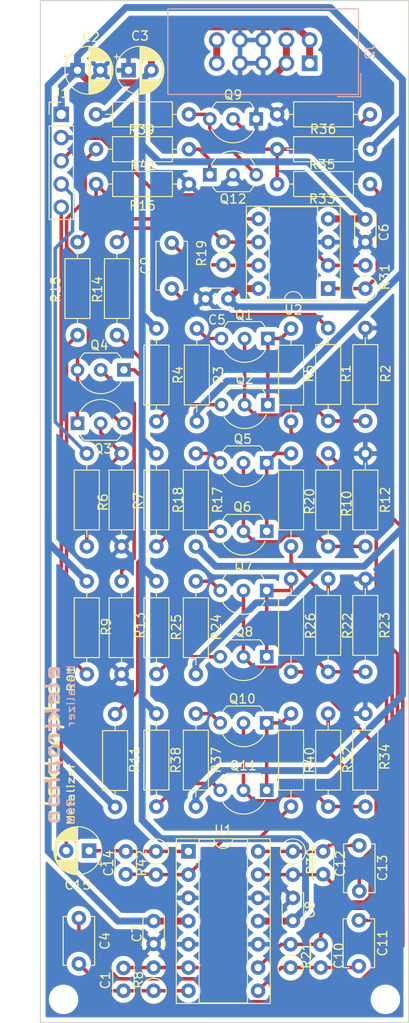
<source format=kicad_pcb>
(kicad_pcb (version 20171130) (host pcbnew 5.1.5-52549c5~84~ubuntu19.04.1)
  (title_block (title Metalizer) (date 2020-02-15) (rev R01) (comment 1 "PCB for main circuit") (comment 2 "Original design by Yves Usson") (comment 4 "License CC BY 4.0 - Attribution 4.0 International"))
  (layers (0 F.Cu signal) (31 B.Cu signal) (34 B.Paste user) (35 F.Paste user) (36 B.SilkS user) (37 F.SilkS user) (38 B.Mask user) (39 F.Mask user) (44 Edge.Cuts user))
  (net 0 "")
  (net 1 GND)
  (net 2 +15V)
  (net 3 -15V)
  (net 4 +5V)
  (net 5 "Net-(Q1-Pad1)")
  (net 6 "Net-(Q1-Pad3)")
  (net 7 "Net-(Q1-Pad2)")
  (net 8 "Net-(Q2-Pad3)")
  (net 9 "Net-(Q3-Pad1)")
  (net 10 "Net-(C1-Pad2)")
  (net 11 "Net-(C1-Pad1)")
  (net 12 "Net-(C4-Pad1)")
  (net 13 "Net-(C9-Pad2)")
  (net 14 /INPUT)
  (net 15 "Net-(C10-Pad2)")
  (net 16 "Net-(C10-Pad1)")
  (net 17 "Net-(C11-Pad1)")
  (net 18 "Net-(C12-Pad2)")
  (net 19 "Net-(C12-Pad1)")
  (net 20 "Net-(C13-Pad1)")
  (net 21 "Net-(C14-Pad2)")
  (net 22 "Net-(C14-Pad1)")
  (net 23 "Net-(Q3-Pad2)")
  (net 24 "Net-(Q4-Pad1)")
  (net 25 "Net-(Q4-Pad2)")
  (net 26 "Net-(Q5-Pad1)")
  (net 27 "Net-(Q5-Pad3)")
  (net 28 "Net-(Q5-Pad2)")
  (net 29 "Net-(Q6-Pad3)")
  (net 30 "Net-(Q7-Pad1)")
  (net 31 "Net-(Q7-Pad3)")
  (net 32 "Net-(Q7-Pad2)")
  (net 33 "Net-(Q8-Pad3)")
  (net 34 "Net-(Q12-Pad3)")
  (net 35 "Net-(Q9-Pad2)")
  (net 36 "Net-(Q10-Pad1)")
  (net 37 "Net-(Q10-Pad3)")
  (net 38 "Net-(Q10-Pad2)")
  (net 39 "Net-(Q11-Pad3)")
  (net 40 "Net-(Q12-Pad1)")
  (net 41 "Net-(R14-Pad1)")
  (net 42 "Net-(R15-Pad1)")
  (net 43 "Net-(R31-Pad1)")
  (net 44 /OUT)
  (net 45 /IN)
  (net 46 /CV1)
  (net 47 /CV2)
  (module Capacitor_THT:C_Disc_D5.1mm_W3.2mm_P5.00mm (layer F.Cu) (at 85.6996 148.1836 90)
    (fp_text reference C13 (at 2.54 2.54 90) (layer F.SilkS))
    (fp_text value 680n)
    (pad 2 thru_hole circle (at 5 0 90) (size 1.6 1.6) (drill 0.8) (layers *.Cu *.Mask) (net 19 "Net-(C12-Pad1)"))
    (pad 1 thru_hole circle (at 0 0 90) (size 1.6 1.6) (drill 0.8) (layers *.Cu *.Mask) (net 20 "Net-(C13-Pad1)"))
  )
  (module Capacitor_THT:C_Disc_D5.1mm_W3.2mm_P5.00mm (layer F.Cu) (at 85.6488 151.384 270)
    (fp_text reference C11 (at 2.4892 -2.5908 90) (layer F.SilkS))
    (fp_text value 680n)
    (pad 2 thru_hole circle (at 5 0 270) (size 1.6 1.6) (drill 0.8) (layers *.Cu *.Mask) (net 16 "Net-(C10-Pad1)"))
    (pad 1 thru_hole circle (at 0 0 270) (size 1.6 1.6) (drill 0.8) (layers *.Cu *.Mask) (net 17 "Net-(C11-Pad1)"))
  )
  (module Capacitor_THT:C_Disc_D5.1mm_W3.2mm_P5.00mm (layer F.Cu) (at 65.1764 82.296 90)
    (fp_text reference C9 (at 2.5 -2.85 90) (layer F.SilkS))
    (fp_text value 680n)
    (pad 2 thru_hole circle (at 5 0 90) (size 1.6 1.6) (drill 0.8) (layers *.Cu *.Mask) (net 13 "Net-(C9-Pad2)"))
    (pad 1 thru_hole circle (at 0 0 90) (size 1.6 1.6) (drill 0.8) (layers *.Cu *.Mask) (net 14 /INPUT))
  )
  (module Capacitor_THT:C_Disc_D5.1mm_W3.2mm_P5.00mm (layer F.Cu) (at 55.0164 151.13 270)
    (fp_text reference C4 (at 2.5 -2.85 90) (layer F.SilkS))
    (fp_text value 680n)
    (pad 2 thru_hole circle (at 5 0 270) (size 1.6 1.6) (drill 0.8) (layers *.Cu *.Mask) (net 11 "Net-(C1-Pad1)"))
    (pad 1 thru_hole circle (at 0 0 270) (size 1.6 1.6) (drill 0.8) (layers *.Cu *.Mask) (net 12 "Net-(C4-Pad1)"))
  )
  (module Package_TO_SOT_THT:TO-92_Inline_Wide (layer F.Cu) (at 69.342 69.85)
    (fp_text reference Q12 (at 2.54 2.6416) (layer F.SilkS))
    (fp_text value BC547)
    (pad 1 thru_hole rect (at 0 0 90) (size 1.5 1.5) (drill 0.8) (layers *.Cu *.Mask) (net 40 "Net-(Q12-Pad1)"))
    (pad 3 thru_hole circle (at 5.08 0 90) (size 1.5 1.5) (drill 0.8) (layers *.Cu *.Mask) (net 34 "Net-(Q12-Pad3)"))
    (pad 2 thru_hole circle (at 2.54 0 90) (size 1.5 1.5) (drill 0.8) (layers *.Cu *.Mask) (net 1 GND))
  )
  (module Package_TO_SOT_THT:TO-92_Inline_Wide (layer F.Cu) (at 75.565 137.16 180)
    (fp_text reference Q11 (at 2.5654 2.6924) (layer F.SilkS))
    (fp_text value BC547)
    (pad 1 thru_hole rect (at 0 0 270) (size 1.5 1.5) (drill 0.8) (layers *.Cu *.Mask) (net 36 "Net-(Q10-Pad1)"))
    (pad 3 thru_hole circle (at 5.08 0 270) (size 1.5 1.5) (drill 0.8) (layers *.Cu *.Mask) (net 39 "Net-(Q11-Pad3)"))
    (pad 2 thru_hole circle (at 2.54 0 270) (size 1.5 1.5) (drill 0.8) (layers *.Cu *.Mask) (net 38 "Net-(Q10-Pad2)"))
  )
  (module Package_TO_SOT_THT:TO-92_Inline_Wide (layer F.Cu) (at 75.565 129.794 180)
    (fp_text reference Q10 (at 2.667 2.6416) (layer F.SilkS))
    (fp_text value BC557)
    (pad 1 thru_hole rect (at 0 0 270) (size 1.5 1.5) (drill 0.8) (layers *.Cu *.Mask) (net 36 "Net-(Q10-Pad1)"))
    (pad 3 thru_hole circle (at 5.08 0 270) (size 1.5 1.5) (drill 0.8) (layers *.Cu *.Mask) (net 37 "Net-(Q10-Pad3)"))
    (pad 2 thru_hole circle (at 2.54 0 270) (size 1.5 1.5) (drill 0.8) (layers *.Cu *.Mask) (net 38 "Net-(Q10-Pad2)"))
  )
  (module Package_TO_SOT_THT:TO-92_Inline_Wide (layer F.Cu) (at 74.422 63.754 180)
    (fp_text reference Q9 (at 2.54 2.6416) (layer F.SilkS))
    (fp_text value BC547)
    (pad 1 thru_hole rect (at 0 0 270) (size 1.5 1.5) (drill 0.8) (layers *.Cu *.Mask) (net 1 GND))
    (pad 3 thru_hole circle (at 5.08 0 270) (size 1.5 1.5) (drill 0.8) (layers *.Cu *.Mask) (net 34 "Net-(Q12-Pad3)"))
    (pad 2 thru_hole circle (at 2.54 0 270) (size 1.5 1.5) (drill 0.8) (layers *.Cu *.Mask) (net 35 "Net-(Q9-Pad2)"))
  )
  (module Package_TO_SOT_THT:TO-92_Inline_Wide (layer F.Cu) (at 75.565 122.555 180)
    (fp_text reference Q8 (at 2.4638 2.7178) (layer F.SilkS))
    (fp_text value BC547)
    (pad 1 thru_hole rect (at 0 0 270) (size 1.5 1.5) (drill 0.8) (layers *.Cu *.Mask) (net 30 "Net-(Q7-Pad1)"))
    (pad 3 thru_hole circle (at 5.08 0 270) (size 1.5 1.5) (drill 0.8) (layers *.Cu *.Mask) (net 33 "Net-(Q8-Pad3)"))
    (pad 2 thru_hole circle (at 2.54 0 270) (size 1.5 1.5) (drill 0.8) (layers *.Cu *.Mask) (net 32 "Net-(Q7-Pad2)"))
  )
  (module Package_TO_SOT_THT:TO-92_Inline_Wide (layer F.Cu) (at 75.565 115.316 180)
    (fp_text reference Q7 (at 2.5146 2.6416) (layer F.SilkS))
    (fp_text value BC557)
    (pad 1 thru_hole rect (at 0 0 270) (size 1.5 1.5) (drill 0.8) (layers *.Cu *.Mask) (net 30 "Net-(Q7-Pad1)"))
    (pad 3 thru_hole circle (at 5.08 0 270) (size 1.5 1.5) (drill 0.8) (layers *.Cu *.Mask) (net 31 "Net-(Q7-Pad3)"))
    (pad 2 thru_hole circle (at 2.54 0 270) (size 1.5 1.5) (drill 0.8) (layers *.Cu *.Mask) (net 32 "Net-(Q7-Pad2)"))
  )
  (module Package_TO_SOT_THT:TO-92_Inline_Wide (layer F.Cu) (at 75.565 108.839 180)
    (fp_text reference Q6 (at 2.667 2.667) (layer F.SilkS))
    (fp_text value BC547)
    (pad 1 thru_hole rect (at 0 0 270) (size 1.5 1.5) (drill 0.8) (layers *.Cu *.Mask) (net 26 "Net-(Q5-Pad1)"))
    (pad 3 thru_hole circle (at 5.08 0 270) (size 1.5 1.5) (drill 0.8) (layers *.Cu *.Mask) (net 29 "Net-(Q6-Pad3)"))
    (pad 2 thru_hole circle (at 2.54 0 270) (size 1.5 1.5) (drill 0.8) (layers *.Cu *.Mask) (net 28 "Net-(Q5-Pad2)"))
  )
  (module Package_TO_SOT_THT:TO-92_Inline_Wide (layer F.Cu) (at 75.565 101.346 180)
    (fp_text reference Q5 (at 2.6162 2.5908) (layer F.SilkS))
    (fp_text value BC557)
    (pad 1 thru_hole rect (at 0 0 270) (size 1.5 1.5) (drill 0.8) (layers *.Cu *.Mask) (net 26 "Net-(Q5-Pad1)"))
    (pad 3 thru_hole circle (at 5.08 0 270) (size 1.5 1.5) (drill 0.8) (layers *.Cu *.Mask) (net 27 "Net-(Q5-Pad3)"))
    (pad 2 thru_hole circle (at 2.54 0 270) (size 1.5 1.5) (drill 0.8) (layers *.Cu *.Mask) (net 28 "Net-(Q5-Pad2)"))
  )
  (module Package_TO_SOT_THT:TO-92_Inline_Wide (layer F.Cu) (at 59.944 91.186 180)
    (fp_text reference Q4 (at 2.6924 2.6924) (layer F.SilkS))
    (fp_text value BC547)
    (pad 1 thru_hole rect (at 0 0 270) (size 1.5 1.5) (drill 0.8) (layers *.Cu *.Mask) (net 24 "Net-(Q4-Pad1)"))
    (pad 3 thru_hole circle (at 5.08 0 270) (size 1.5 1.5) (drill 0.8) (layers *.Cu *.Mask) (net 47 /CV2))
    (pad 2 thru_hole circle (at 2.54 0 270) (size 1.5 1.5) (drill 0.8) (layers *.Cu *.Mask) (net 25 "Net-(Q4-Pad2)"))
  )
  (module Package_TO_SOT_THT:TO-92_Inline_Wide (layer F.Cu) (at 54.864 97.028)
    (fp_text reference Q3 (at 2.794 2.794) (layer F.SilkS))
    (fp_text value BC547)
    (pad 1 thru_hole rect (at 0 0 90) (size 1.5 1.5) (drill 0.8) (layers *.Cu *.Mask) (net 9 "Net-(Q3-Pad1)"))
    (pad 3 thru_hole circle (at 5.08 0 90) (size 1.5 1.5) (drill 0.8) (layers *.Cu *.Mask) (net 47 /CV2))
    (pad 2 thru_hole circle (at 2.54 0 90) (size 1.5 1.5) (drill 0.8) (layers *.Cu *.Mask) (net 23 "Net-(Q3-Pad2)"))
  )
  (module Package_TO_SOT_THT:TO-92_Inline_Wide (layer F.Cu) (at 75.692 94.996 180)
    (fp_text reference Q2 (at 2.54 2.794) (layer F.SilkS))
    (fp_text value BC547)
    (pad 1 thru_hole rect (at 0 0 270) (size 1.5 1.5) (drill 0.8) (layers *.Cu *.Mask) (net 5 "Net-(Q1-Pad1)"))
    (pad 3 thru_hole circle (at 5.08 0 270) (size 1.5 1.5) (drill 0.8) (layers *.Cu *.Mask) (net 8 "Net-(Q2-Pad3)"))
    (pad 2 thru_hole circle (at 2.54 0 270) (size 1.5 1.5) (drill 0.8) (layers *.Cu *.Mask) (net 7 "Net-(Q1-Pad2)"))
  )
  (module Package_TO_SOT_THT:TO-92_Inline_Wide (layer F.Cu) (at 75.692 87.757 180)
    (fp_text reference Q1 (at 2.5908 2.5654) (layer F.SilkS))
    (fp_text value BC557)
    (pad 1 thru_hole rect (at 0 0 270) (size 1.5 1.5) (drill 0.8) (layers *.Cu *.Mask) (net 5 "Net-(Q1-Pad1)"))
    (pad 3 thru_hole circle (at 5.08 0 270) (size 1.5 1.5) (drill 0.8) (layers *.Cu *.Mask) (net 6 "Net-(Q1-Pad3)"))
    (pad 2 thru_hole circle (at 2.54 0 270) (size 1.5 1.5) (drill 0.8) (layers *.Cu *.Mask) (net 7 "Net-(Q1-Pad2)"))
  )
  (module Resistor_THT:R_Axial_DIN0207_L6.3mm_D2.5mm_P2.54mm_Vertical (layer F.Cu) (at 70.8152 79.7052 90)
    (fp_text reference R19 (at 1.27 -2.37 90) (layer F.SilkS))
    (fp_text value 150k)
    (pad 2 thru_hole oval (at 2.54 0 90) (size 1.6 1.6) (drill 0.8) (layers *.Cu *.Mask) (net 41 "Net-(R14-Pad1)"))
    (pad 1 thru_hole circle (at 0 0 90) (size 1.6 1.6) (drill 0.8) (layers *.Cu *.Mask) (net 13 "Net-(C9-Pad2)"))
  )
  (module Connector_PinHeader_2.54mm:PinHeader_1x05_P2.54mm_Vertical (layer F.Cu) (at 53.086 63.246)
    (fp_text reference J1 (at 0 -2.33) (layer F.SilkS))
    (fp_text value Conn_01x05_Female hide)
    (pad 5 thru_hole oval (at 0 10.16) (size 1.7 1.7) (drill 1) (layers *.Cu *.Mask) (net 44 /OUT))
    (pad 4 thru_hole oval (at 0 7.62) (size 1.7 1.7) (drill 1) (layers *.Cu *.Mask) (net 45 /IN))
    (pad 3 thru_hole oval (at 0 5.08) (size 1.7 1.7) (drill 1) (layers *.Cu *.Mask) (net 46 /CV1))
    (pad 2 thru_hole oval (at 0 2.54) (size 1.7 1.7) (drill 1) (layers *.Cu *.Mask) (net 1 GND))
    (pad 1 thru_hole rect (at 0 0) (size 1.7 1.7) (drill 1) (layers *.Cu *.Mask) (net 2 +15V))
  )
  (module "elektrophon:elektrophon logo" (layer F.Cu) (at 46.6344 131.8768 90)
    (fp_text reference REF** hide)
    (fp_text value "elektrophon logo" hide)
    (fp_text user Metalizer (at 8.5352 7.5224 90) (layer B.SilkS) (effects (font (size 0.8 1)) (justify left mirror)))
    (fp_text user R01 (at -9.1348 7.5024 90) (layer B.SilkS) (effects (font (size 0.8 1)) (justify right mirror)))
    (fp_text user elektrophon (at -0.3048 5.4864 90) (layer B.SilkS) (effects (font (size 1.5 2) (thickness 0.3) italic) (justify mirror)))
    (fp_text user R01 (at 8.4952 7.5224 90) (layer F.SilkS) (effects (font (size 0.8 1)) (justify right)))
    (fp_text user Metalizer (at -9.1848 7.5024 90) (layer F.SilkS) (effects (font (size 0.8 1)) (justify left)))
    (fp_text user elektrophon (at -0.3048 5.4864 90) (layer F.SilkS) (effects (font (size 1.5 2) (thickness 0.3) italic)))
  )
  (module MountingHole:MountingHole_2.2mm_M2 (layer F.Cu) (at 88.56 160.02)
    (fp_text reference H4 hide)
    (fp_text value MountingHole hide)
    (pad 1 np_thru_hole circle (at 0 0) (size 2.2 2.2) (drill 2.2) (layers *.Cu *.Mask))
  )
  (module MountingHole:MountingHole_2.2mm_M2 (layer F.Cu) (at 53.34 160.02)
    (fp_text reference H3 hide)
    (fp_text value MountingHole hide)
    (pad 1 np_thru_hole circle (at 0 0) (size 2.2 2.2) (drill 2.2) (layers *.Cu *.Mask))
  )
  (module MountingHole:MountingHole_2.2mm_M2 (layer F.Cu) (at 88.56 53.34)
    (fp_text reference H2 hide)
    (fp_text value MountingHole hide)
    (pad 1 np_thru_hole circle (at 0 0) (size 2.2 2.2) (drill 2.2) (layers *.Cu *.Mask))
  )
  (module MountingHole:MountingHole_2.2mm_M2 (layer F.Cu) (at 53.34 53.34)
    (fp_text reference H1 hide)
    (fp_text value MountingHole hide)
    (pad 1 np_thru_hole circle (at 0 0) (size 2.2 2.2) (drill 2.2) (layers *.Cu *.Mask))
  )
  (module Resistor_THT:R_Axial_DIN0207_L6.3mm_D2.5mm_P2.54mm_Vertical (layer F.Cu) (at 86.36 82.296 90)
    (fp_text reference R31 (at 1.27 2.1336 90) (layer F.SilkS))
    (fp_text value 150k)
    (pad 2 thru_hole oval (at 2.54 0 90) (size 1.6 1.6) (drill 0.8) (layers *.Cu *.Mask) (net 46 /CV1))
    (pad 1 thru_hole circle (at 0 0 90) (size 1.6 1.6) (drill 0.8) (layers *.Cu *.Mask) (net 43 "Net-(R31-Pad1)"))
  )
  (module Resistor_THT:R_Axial_DIN0207_L6.3mm_D2.5mm_P2.54mm_Vertical (layer F.Cu) (at 63.4492 143.8402 270)
    (fp_text reference R42 (at 1.2954 1.5748 270) (layer F.SilkS))
    (fp_text value 120k)
    (pad 2 thru_hole oval (at 2.54 0 270) (size 1.6 1.6) (drill 0.8) (layers *.Cu *.Mask) (net 21 "Net-(C14-Pad2)"))
    (pad 1 thru_hole circle (at 0 0 270) (size 1.6 1.6) (drill 0.8) (layers *.Cu *.Mask) (net 22 "Net-(C14-Pad1)"))
  )
  (module Resistor_THT:R_Axial_DIN0207_L6.3mm_D2.5mm_P2.54mm_Vertical (layer F.Cu) (at 78.4352 143.8402 270)
    (fp_text reference R30 (at 1.0922 -2.032 270) (layer F.SilkS))
    (fp_text value 120k)
    (pad 2 thru_hole oval (at 2.54 0 270) (size 1.6 1.6) (drill 0.8) (layers *.Cu *.Mask) (net 18 "Net-(C12-Pad2)"))
    (pad 1 thru_hole circle (at 0 0 270) (size 1.6 1.6) (drill 0.8) (layers *.Cu *.Mask) (net 19 "Net-(C12-Pad1)"))
  )
  (module Resistor_THT:R_Axial_DIN0207_L6.3mm_D2.5mm_P2.54mm_Vertical (layer F.Cu) (at 78.1812 156.5402 90)
    (fp_text reference R21 (at 1.2954 1.7272 270) (layer F.SilkS))
    (fp_text value 120k)
    (pad 2 thru_hole oval (at 2.54 0 90) (size 1.6 1.6) (drill 0.8) (layers *.Cu *.Mask) (net 15 "Net-(C10-Pad2)"))
    (pad 1 thru_hole circle (at 0 0 90) (size 1.6 1.6) (drill 0.8) (layers *.Cu *.Mask) (net 16 "Net-(C10-Pad1)"))
  )
  (module Resistor_THT:R_Axial_DIN0207_L6.3mm_D2.5mm_P2.54mm_Vertical (layer F.Cu) (at 63.1952 159.0802 90)
    (fp_text reference R8 (at 1.1938 -1.6764 270) (layer F.SilkS))
    (fp_text value 120k)
    (pad 2 thru_hole oval (at 2.54 0 90) (size 1.6 1.6) (drill 0.8) (layers *.Cu *.Mask) (net 10 "Net-(C1-Pad2)"))
    (pad 1 thru_hole circle (at 0 0 90) (size 1.6 1.6) (drill 0.8) (layers *.Cu *.Mask) (net 11 "Net-(C1-Pad1)"))
  )
  (module Package_DIP:DIP-8_W7.62mm_Socket (layer F.Cu) (at 82.296 82.296 180)
    (fp_text reference U2 (at 3.81 -2.33) (layer F.SilkS))
    (fp_text value TL072)
    (pad 8 thru_hole oval (at 7.62 0 180) (size 1.6 1.6) (drill 0.8) (layers *.Cu *.Mask) (net 2 +15V))
    (pad 4 thru_hole oval (at 0 7.62 180) (size 1.6 1.6) (drill 0.8) (layers *.Cu *.Mask) (net 3 -15V))
    (pad 7 thru_hole oval (at 7.62 2.54 180) (size 1.6 1.6) (drill 0.8) (layers *.Cu *.Mask) (net 13 "Net-(C9-Pad2)"))
    (pad 3 thru_hole oval (at 0 5.08 180) (size 1.6 1.6) (drill 0.8) (layers *.Cu *.Mask) (net 1 GND))
    (pad 6 thru_hole oval (at 7.62 5.08 180) (size 1.6 1.6) (drill 0.8) (layers *.Cu *.Mask) (net 41 "Net-(R14-Pad1)"))
    (pad 2 thru_hole oval (at 0 2.54 180) (size 1.6 1.6) (drill 0.8) (layers *.Cu *.Mask) (net 46 /CV1))
    (pad 5 thru_hole oval (at 7.62 7.62 180) (size 1.6 1.6) (drill 0.8) (layers *.Cu *.Mask) (net 42 "Net-(R15-Pad1)"))
    (pad 1 thru_hole rect (at 0 0 180) (size 1.6 1.6) (drill 0.8) (layers *.Cu *.Mask) (net 43 "Net-(R31-Pad1)"))
  )
  (module Package_DIP:DIP-14_W7.62mm_Socket (layer F.Cu) (at 67.0052 143.8402)
    (fp_text reference U1 (at 3.81 -2.33) (layer F.SilkS))
    (fp_text value TL074)
    (pad 14 thru_hole oval (at 7.62 0) (size 1.6 1.6) (drill 0.8) (layers *.Cu *.Mask) (net 19 "Net-(C12-Pad1)"))
    (pad 7 thru_hole oval (at 0 15.24) (size 1.6 1.6) (drill 0.8) (layers *.Cu *.Mask) (net 11 "Net-(C1-Pad1)"))
    (pad 13 thru_hole oval (at 7.62 2.54) (size 1.6 1.6) (drill 0.8) (layers *.Cu *.Mask) (net 18 "Net-(C12-Pad2)"))
    (pad 6 thru_hole oval (at 0 12.7) (size 1.6 1.6) (drill 0.8) (layers *.Cu *.Mask) (net 10 "Net-(C1-Pad2)"))
    (pad 12 thru_hole oval (at 7.62 5.08) (size 1.6 1.6) (drill 0.8) (layers *.Cu *.Mask) (net 1 GND))
    (pad 5 thru_hole oval (at 0 10.16) (size 1.6 1.6) (drill 0.8) (layers *.Cu *.Mask) (net 1 GND))
    (pad 11 thru_hole oval (at 7.62 7.62) (size 1.6 1.6) (drill 0.8) (layers *.Cu *.Mask) (net 3 -15V))
    (pad 4 thru_hole oval (at 0 7.62) (size 1.6 1.6) (drill 0.8) (layers *.Cu *.Mask) (net 2 +15V))
    (pad 10 thru_hole oval (at 7.62 10.16) (size 1.6 1.6) (drill 0.8) (layers *.Cu *.Mask) (net 1 GND))
    (pad 3 thru_hole oval (at 0 5.08) (size 1.6 1.6) (drill 0.8) (layers *.Cu *.Mask) (net 1 GND))
    (pad 9 thru_hole oval (at 7.62 12.7) (size 1.6 1.6) (drill 0.8) (layers *.Cu *.Mask) (net 15 "Net-(C10-Pad2)"))
    (pad 2 thru_hole oval (at 0 2.54) (size 1.6 1.6) (drill 0.8) (layers *.Cu *.Mask) (net 21 "Net-(C14-Pad2)"))
    (pad 8 thru_hole oval (at 7.62 15.24) (size 1.6 1.6) (drill 0.8) (layers *.Cu *.Mask) (net 16 "Net-(C10-Pad1)"))
    (pad 1 thru_hole rect (at 0 0) (size 1.6 1.6) (drill 0.8) (layers *.Cu *.Mask) (net 22 "Net-(C14-Pad1)"))
  )
  (module Resistor_THT:R_Axial_DIN0207_L6.3mm_D2.5mm_P10.16mm_Horizontal (layer F.Cu) (at 67.056 67.056 180)
    (fp_text reference R41 (at 4.9784 -1.778) (layer F.SilkS))
    (fp_text value 10)
    (pad 2 thru_hole oval (at 10.16 0 180) (size 1.6 1.6) (drill 0.8) (layers *.Cu *.Mask) (net 47 /CV2))
    (pad 1 thru_hole circle (at 0 0 180) (size 1.6 1.6) (drill 0.8) (layers *.Cu *.Mask) (net 40 "Net-(Q12-Pad1)"))
  )
  (module Resistor_THT:R_Axial_DIN0207_L6.3mm_D2.5mm_P10.16mm_Horizontal (layer F.Cu) (at 78.232 138.938 90)
    (fp_text reference R40 (at 5.08 2.032 90) (layer F.SilkS))
    (fp_text value 10k)
    (pad 2 thru_hole oval (at 10.16 0 90) (size 1.6 1.6) (drill 0.8) (layers *.Cu *.Mask) (net 36 "Net-(Q10-Pad1)"))
    (pad 1 thru_hole circle (at 0 0 90) (size 1.6 1.6) (drill 0.8) (layers *.Cu *.Mask) (net 21 "Net-(C14-Pad2)"))
  )
  (module Resistor_THT:R_Axial_DIN0207_L6.3mm_D2.5mm_P10.16mm_Horizontal (layer F.Cu) (at 56.896 63.246)
    (fp_text reference R39 (at 4.9784 1.6764) (layer F.SilkS))
    (fp_text value 18k)
    (pad 2 thru_hole oval (at 10.16 0) (size 1.6 1.6) (drill 0.8) (layers *.Cu *.Mask) (net 34 "Net-(Q12-Pad3)"))
    (pad 1 thru_hole circle (at 0 0) (size 1.6 1.6) (drill 0.8) (layers *.Cu *.Mask) (net 3 -15V))
  )
  (module Resistor_THT:R_Axial_DIN0207_L6.3mm_D2.5mm_P10.16mm_Horizontal (layer F.Cu) (at 63.5 128.778 270)
    (fp_text reference R38 (at 5.08 -2.1336 270) (layer F.SilkS))
    (fp_text value 22k)
    (pad 2 thru_hole oval (at 10.16 0 270) (size 1.6 1.6) (drill 0.8) (layers *.Cu *.Mask) (net 39 "Net-(Q11-Pad3)"))
    (pad 1 thru_hole circle (at 0 0 270) (size 1.6 1.6) (drill 0.8) (layers *.Cu *.Mask) (net 3 -15V))
  )
  (module Resistor_THT:R_Axial_DIN0207_L6.3mm_D2.5mm_P10.16mm_Horizontal (layer F.Cu) (at 67.818 128.778 270)
    (fp_text reference R37 (at 5.08 -2.2352 270) (layer F.SilkS))
    (fp_text value 22k)
    (pad 2 thru_hole oval (at 10.16 0 270) (size 1.6 1.6) (drill 0.8) (layers *.Cu *.Mask) (net 2 +15V))
    (pad 1 thru_hole circle (at 0 0 270) (size 1.6 1.6) (drill 0.8) (layers *.Cu *.Mask) (net 37 "Net-(Q10-Pad3)"))
  )
  (module Resistor_THT:R_Axial_DIN0207_L6.3mm_D2.5mm_P10.16mm_Horizontal (layer F.Cu) (at 76.708 63.246)
    (fp_text reference R36 (at 5.0292 1.6256) (layer F.SilkS))
    (fp_text value 1k5)
    (pad 2 thru_hole oval (at 10.16 0) (size 1.6 1.6) (drill 0.8) (layers *.Cu *.Mask) (net 35 "Net-(Q9-Pad2)"))
    (pad 1 thru_hole circle (at 0 0) (size 1.6 1.6) (drill 0.8) (layers *.Cu *.Mask) (net 1 GND))
  )
  (module Resistor_THT:R_Axial_DIN0207_L6.3mm_D2.5mm_P10.16mm_Horizontal (layer F.Cu) (at 76.708 67.056)
    (fp_text reference R35 (at 4.9276 1.6764) (layer F.SilkS))
    (fp_text value 120k)
    (pad 2 thru_hole oval (at 10.16 0) (size 1.6 1.6) (drill 0.8) (layers *.Cu *.Mask) (net 2 +15V))
    (pad 1 thru_hole circle (at 0 0) (size 1.6 1.6) (drill 0.8) (layers *.Cu *.Mask) (net 35 "Net-(Q9-Pad2)"))
  )
  (module Resistor_THT:R_Axial_DIN0207_L6.3mm_D2.5mm_P10.16mm_Horizontal (layer F.Cu) (at 86.36 138.938 90)
    (fp_text reference R34 (at 5.4356 2.1336 90) (layer F.SilkS))
    (fp_text value 68k)
    (pad 2 thru_hole oval (at 10.16 0 90) (size 1.6 1.6) (drill 0.8) (layers *.Cu *.Mask) (net 1 GND))
    (pad 1 thru_hole circle (at 0 0 90) (size 1.6 1.6) (drill 0.8) (layers *.Cu *.Mask) (net 38 "Net-(Q10-Pad2)"))
  )
  (module Resistor_THT:R_Axial_DIN0207_L6.3mm_D2.5mm_P10.16mm_Horizontal (layer F.Cu) (at 76.708 70.866)
    (fp_text reference R33 (at 4.9276 1.6256) (layer F.SilkS))
    (fp_text value 100k)
    (pad 2 thru_hole oval (at 10.16 0) (size 1.6 1.6) (drill 0.8) (layers *.Cu *.Mask) (net 43 "Net-(R31-Pad1)"))
    (pad 1 thru_hole circle (at 0 0) (size 1.6 1.6) (drill 0.8) (layers *.Cu *.Mask) (net 35 "Net-(Q9-Pad2)"))
  )
  (module Resistor_THT:R_Axial_DIN0207_L6.3mm_D2.5mm_P10.16mm_Horizontal (layer F.Cu) (at 82.296 138.938 90)
    (fp_text reference R32 (at 5.08 2.1336 90) (layer F.SilkS))
    (fp_text value 27k)
    (pad 2 thru_hole oval (at 10.16 0 90) (size 1.6 1.6) (drill 0.8) (layers *.Cu *.Mask) (net 20 "Net-(C13-Pad1)"))
    (pad 1 thru_hole circle (at 0 0 90) (size 1.6 1.6) (drill 0.8) (layers *.Cu *.Mask) (net 38 "Net-(Q10-Pad2)"))
  )
  (module Resistor_THT:R_Axial_DIN0207_L6.3mm_D2.5mm_P10.16mm_Horizontal (layer F.Cu) (at 78.232 124.206 90)
    (fp_text reference R26 (at 5.0292 2.1336 90) (layer F.SilkS))
    (fp_text value 10k)
    (pad 2 thru_hole oval (at 10.16 0 90) (size 1.6 1.6) (drill 0.8) (layers *.Cu *.Mask) (net 30 "Net-(Q7-Pad1)"))
    (pad 1 thru_hole circle (at 0 0 90) (size 1.6 1.6) (drill 0.8) (layers *.Cu *.Mask) (net 18 "Net-(C12-Pad2)"))
  )
  (module Resistor_THT:R_Axial_DIN0207_L6.3mm_D2.5mm_P10.16mm_Horizontal (layer F.Cu) (at 63.5 114.3 270)
    (fp_text reference R25 (at 5.0292 -2.1844 270) (layer F.SilkS))
    (fp_text value 22k)
    (pad 2 thru_hole oval (at 10.16 0 270) (size 1.6 1.6) (drill 0.8) (layers *.Cu *.Mask) (net 33 "Net-(Q8-Pad3)"))
    (pad 1 thru_hole circle (at 0 0 270) (size 1.6 1.6) (drill 0.8) (layers *.Cu *.Mask) (net 3 -15V))
  )
  (module Resistor_THT:R_Axial_DIN0207_L6.3mm_D2.5mm_P10.16mm_Horizontal (layer F.Cu) (at 67.818 114.3 270)
    (fp_text reference R24 (at 5.0292 -2.2352 270) (layer F.SilkS))
    (fp_text value 22k)
    (pad 2 thru_hole oval (at 10.16 0 270) (size 1.6 1.6) (drill 0.8) (layers *.Cu *.Mask) (net 2 +15V))
    (pad 1 thru_hole circle (at 0 0 270) (size 1.6 1.6) (drill 0.8) (layers *.Cu *.Mask) (net 31 "Net-(Q7-Pad3)"))
  )
  (module Resistor_THT:R_Axial_DIN0207_L6.3mm_D2.5mm_P10.16mm_Horizontal (layer F.Cu) (at 86.36 124.206 90)
    (fp_text reference R23 (at 5.08 2.1336 90) (layer F.SilkS))
    (fp_text value 68k)
    (pad 2 thru_hole oval (at 10.16 0 90) (size 1.6 1.6) (drill 0.8) (layers *.Cu *.Mask) (net 1 GND))
    (pad 1 thru_hole circle (at 0 0 90) (size 1.6 1.6) (drill 0.8) (layers *.Cu *.Mask) (net 32 "Net-(Q7-Pad2)"))
  )
  (module Resistor_THT:R_Axial_DIN0207_L6.3mm_D2.5mm_P10.16mm_Horizontal (layer F.Cu) (at 82.296 124.206 90)
    (fp_text reference R22 (at 5.0292 2.1336 90) (layer F.SilkS))
    (fp_text value 27k)
    (pad 2 thru_hole oval (at 10.16 0 90) (size 1.6 1.6) (drill 0.8) (layers *.Cu *.Mask) (net 17 "Net-(C11-Pad1)"))
    (pad 1 thru_hole circle (at 0 0 90) (size 1.6 1.6) (drill 0.8) (layers *.Cu *.Mask) (net 32 "Net-(Q7-Pad2)"))
  )
  (module Resistor_THT:R_Axial_DIN0207_L6.3mm_D2.5mm_P10.16mm_Horizontal (layer F.Cu) (at 78.232 110.49 90)
    (fp_text reference R20 (at 4.9276 2.032 90) (layer F.SilkS))
    (fp_text value 10k)
    (pad 2 thru_hole oval (at 10.16 0 90) (size 1.6 1.6) (drill 0.8) (layers *.Cu *.Mask) (net 26 "Net-(Q5-Pad1)"))
    (pad 1 thru_hole circle (at 0 0 90) (size 1.6 1.6) (drill 0.8) (layers *.Cu *.Mask) (net 15 "Net-(C10-Pad2)"))
  )
  (module Resistor_THT:R_Axial_DIN0207_L6.3mm_D2.5mm_P10.16mm_Horizontal (layer F.Cu) (at 63.5 100.33 270)
    (fp_text reference R18 (at 5.08 -2.37 270) (layer F.SilkS))
    (fp_text value 22k)
    (pad 2 thru_hole oval (at 10.16 0 270) (size 1.6 1.6) (drill 0.8) (layers *.Cu *.Mask) (net 29 "Net-(Q6-Pad3)"))
    (pad 1 thru_hole circle (at 0 0 270) (size 1.6 1.6) (drill 0.8) (layers *.Cu *.Mask) (net 3 -15V))
  )
  (module Resistor_THT:R_Axial_DIN0207_L6.3mm_D2.5mm_P10.16mm_Horizontal (layer F.Cu) (at 67.818 100.33 270)
    (fp_text reference R17 (at 5.08 -2.37 270) (layer F.SilkS))
    (fp_text value 22k)
    (pad 2 thru_hole oval (at 10.16 0 270) (size 1.6 1.6) (drill 0.8) (layers *.Cu *.Mask) (net 2 +15V))
    (pad 1 thru_hole circle (at 0 0 270) (size 1.6 1.6) (drill 0.8) (layers *.Cu *.Mask) (net 27 "Net-(Q5-Pad3)"))
  )
  (module Resistor_THT:R_Axial_DIN0207_L6.3mm_D2.5mm_P10.16mm_Horizontal (layer F.Cu) (at 67.056 70.866 180)
    (fp_text reference R16 (at 5.08 -2.37) (layer F.SilkS))
    (fp_text value 150k)
    (pad 2 thru_hole oval (at 10.16 0 180) (size 1.6 1.6) (drill 0.8) (layers *.Cu *.Mask) (net 42 "Net-(R15-Pad1)"))
    (pad 1 thru_hole circle (at 0 0 180) (size 1.6 1.6) (drill 0.8) (layers *.Cu *.Mask) (net 1 GND))
  )
  (module Resistor_THT:R_Axial_DIN0207_L6.3mm_D2.5mm_P10.16mm_Horizontal (layer F.Cu) (at 54.864 77.216 270)
    (fp_text reference R15 (at 5.1816 2.3876 90) (layer F.SilkS))
    (fp_text value 15k)
    (pad 2 thru_hole oval (at 10.16 0 270) (size 1.6 1.6) (drill 0.8) (layers *.Cu *.Mask) (net 9 "Net-(Q3-Pad1)"))
    (pad 1 thru_hole circle (at 0 0 270) (size 1.6 1.6) (drill 0.8) (layers *.Cu *.Mask) (net 42 "Net-(R15-Pad1)"))
  )
  (module Resistor_THT:R_Axial_DIN0207_L6.3mm_D2.5mm_P10.16mm_Horizontal (layer F.Cu) (at 59.182 77.216 270)
    (fp_text reference R14 (at 5.1816 2.1336 270) (layer F.SilkS))
    (fp_text value 15k)
    (pad 2 thru_hole oval (at 10.16 0 270) (size 1.6 1.6) (drill 0.8) (layers *.Cu *.Mask) (net 24 "Net-(Q4-Pad1)"))
    (pad 1 thru_hole circle (at 0 0 270) (size 1.6 1.6) (drill 0.8) (layers *.Cu *.Mask) (net 41 "Net-(R14-Pad1)"))
  )
  (module Resistor_THT:R_Axial_DIN0207_L6.3mm_D2.5mm_P10.16mm_Horizontal (layer F.Cu) (at 59.69 124.46 90)
    (fp_text reference R13 (at 5.334 2.032 270) (layer F.SilkS))
    (fp_text value 1k)
    (pad 2 thru_hole oval (at 10.16 0 90) (size 1.6 1.6) (drill 0.8) (layers *.Cu *.Mask) (net 25 "Net-(Q4-Pad2)"))
    (pad 1 thru_hole circle (at 0 0 90) (size 1.6 1.6) (drill 0.8) (layers *.Cu *.Mask) (net 1 GND))
  )
  (module Resistor_THT:R_Axial_DIN0207_L6.3mm_D2.5mm_P10.16mm_Horizontal (layer F.Cu) (at 86.36 110.49 90)
    (fp_text reference R12 (at 5.08 2.1844 90) (layer F.SilkS))
    (fp_text value 68k)
    (pad 2 thru_hole oval (at 10.16 0 90) (size 1.6 1.6) (drill 0.8) (layers *.Cu *.Mask) (net 1 GND))
    (pad 1 thru_hole circle (at 0 0 90) (size 1.6 1.6) (drill 0.8) (layers *.Cu *.Mask) (net 28 "Net-(Q5-Pad2)"))
  )
  (module Resistor_THT:R_Axial_DIN0207_L6.3mm_D2.5mm_P10.16mm_Horizontal (layer F.Cu) (at 58.9788 128.8288 270)
    (fp_text reference R11 (at 4.9784 -2.1336 90) (layer F.SilkS))
    (fp_text value 15k)
    (pad 2 thru_hole oval (at 10.16 0 270) (size 1.6 1.6) (drill 0.8) (layers *.Cu *.Mask) (net 2 +15V))
    (pad 1 thru_hole circle (at 0 0 270) (size 1.6 1.6) (drill 0.8) (layers *.Cu *.Mask) (net 24 "Net-(Q4-Pad1)"))
  )
  (module Resistor_THT:R_Axial_DIN0207_L6.3mm_D2.5mm_P10.16mm_Horizontal (layer F.Cu) (at 82.296 110.49 90)
    (fp_text reference R10 (at 4.6736 2.032 90) (layer F.SilkS))
    (fp_text value 27k)
    (pad 2 thru_hole oval (at 10.16 0 90) (size 1.6 1.6) (drill 0.8) (layers *.Cu *.Mask) (net 12 "Net-(C4-Pad1)"))
    (pad 1 thru_hole circle (at 0 0 90) (size 1.6 1.6) (drill 0.8) (layers *.Cu *.Mask) (net 28 "Net-(Q5-Pad2)"))
  )
  (module Resistor_THT:R_Axial_DIN0207_L6.3mm_D2.5mm_P10.16mm_Horizontal (layer F.Cu) (at 55.88 124.46 90)
    (fp_text reference R9 (at 5.1816 2.1336 90) (layer F.SilkS))
    (fp_text value 15k)
    (pad 2 thru_hole oval (at 10.16 0 90) (size 1.6 1.6) (drill 0.8) (layers *.Cu *.Mask) (net 2 +15V))
    (pad 1 thru_hole circle (at 0 0 90) (size 1.6 1.6) (drill 0.8) (layers *.Cu *.Mask) (net 9 "Net-(Q3-Pad1)"))
  )
  (module Resistor_THT:R_Axial_DIN0207_L6.3mm_D2.5mm_P10.16mm_Horizontal (layer F.Cu) (at 59.69 110.49 90)
    (fp_text reference R7 (at 4.9784 1.8288 90) (layer F.SilkS))
    (fp_text value 820)
    (pad 2 thru_hole oval (at 10.16 0 90) (size 1.6 1.6) (drill 0.8) (layers *.Cu *.Mask) (net 23 "Net-(Q3-Pad2)"))
    (pad 1 thru_hole circle (at 0 0 90) (size 1.6 1.6) (drill 0.8) (layers *.Cu *.Mask) (net 1 GND))
  )
  (module Resistor_THT:R_Axial_DIN0207_L6.3mm_D2.5mm_P10.16mm_Horizontal (layer F.Cu) (at 55.88 110.49 90)
    (fp_text reference R6 (at 4.826 1.778 90) (layer F.SilkS))
    (fp_text value 120k)
    (pad 2 thru_hole oval (at 10.16 0 90) (size 1.6 1.6) (drill 0.8) (layers *.Cu *.Mask) (net 45 /IN))
    (pad 1 thru_hole circle (at 0 0 90) (size 1.6 1.6) (drill 0.8) (layers *.Cu *.Mask) (net 23 "Net-(Q3-Pad2)"))
  )
  (module Resistor_THT:R_Axial_DIN0207_L6.3mm_D2.5mm_P10.16mm_Horizontal (layer F.Cu) (at 78.232 96.8375 90)
    (fp_text reference R5 (at 5.2451 1.9304 270) (layer F.SilkS))
    (fp_text value 10k)
    (pad 2 thru_hole oval (at 10.16 0 90) (size 1.6 1.6) (drill 0.8) (layers *.Cu *.Mask) (net 5 "Net-(Q1-Pad1)"))
    (pad 1 thru_hole circle (at 0 0 90) (size 1.6 1.6) (drill 0.8) (layers *.Cu *.Mask) (net 10 "Net-(C1-Pad2)"))
  )
  (module Resistor_THT:R_Axial_DIN0207_L6.3mm_D2.5mm_P10.16mm_Horizontal (layer F.Cu) (at 63.5 86.6648 270)
    (fp_text reference R4 (at 5.08 -2.37 270) (layer F.SilkS))
    (fp_text value 22k)
    (pad 2 thru_hole oval (at 10.16 0 270) (size 1.6 1.6) (drill 0.8) (layers *.Cu *.Mask) (net 8 "Net-(Q2-Pad3)"))
    (pad 1 thru_hole circle (at 0 0 270) (size 1.6 1.6) (drill 0.8) (layers *.Cu *.Mask) (net 3 -15V))
  )
  (module Resistor_THT:R_Axial_DIN0207_L6.3mm_D2.5mm_P10.16mm_Horizontal (layer F.Cu) (at 67.9196 86.6648 270)
    (fp_text reference R3 (at 5.08 -2.37 270) (layer F.SilkS))
    (fp_text value 22k)
    (pad 2 thru_hole oval (at 10.16 0 270) (size 1.6 1.6) (drill 0.8) (layers *.Cu *.Mask) (net 2 +15V))
    (pad 1 thru_hole circle (at 0 0 270) (size 1.6 1.6) (drill 0.8) (layers *.Cu *.Mask) (net 6 "Net-(Q1-Pad3)"))
  )
  (module Resistor_THT:R_Axial_DIN0207_L6.3mm_D2.5mm_P10.16mm_Horizontal (layer F.Cu) (at 86.36 96.774 90)
    (fp_text reference R2 (at 5.1816 2.2352 270) (layer F.SilkS))
    (fp_text value 68k)
    (pad 2 thru_hole oval (at 10.16 0 90) (size 1.6 1.6) (drill 0.8) (layers *.Cu *.Mask) (net 1 GND))
    (pad 1 thru_hole circle (at 0 0 90) (size 1.6 1.6) (drill 0.8) (layers *.Cu *.Mask) (net 7 "Net-(Q1-Pad2)"))
  )
  (module Resistor_THT:R_Axial_DIN0207_L6.3mm_D2.5mm_P10.16mm_Horizontal (layer F.Cu) (at 82.296 96.774 90)
    (fp_text reference R1 (at 5.1816 1.9304 270) (layer F.SilkS))
    (fp_text value 27k)
    (pad 2 thru_hole oval (at 10.16 0 90) (size 1.6 1.6) (drill 0.8) (layers *.Cu *.Mask) (net 14 /INPUT))
    (pad 1 thru_hole circle (at 0 0 90) (size 1.6 1.6) (drill 0.8) (layers *.Cu *.Mask) (net 7 "Net-(Q1-Pad2)"))
  )
  (module Capacitor_THT:CP_Radial_D5.0mm_P2.50mm (layer F.Cu) (at 56.134 143.764 180)
    (fp_text reference C15 (at 1.25 -3.75) (layer F.SilkS))
    (fp_text value 10u)
    (pad 2 thru_hole circle (at 2.5 0 180) (size 1.6 1.6) (drill 0.8) (layers *.Cu *.Mask) (net 44 /OUT))
    (pad 1 thru_hole rect (at 0 0 180) (size 1.6 1.6) (drill 0.8) (layers *.Cu *.Mask) (net 22 "Net-(C14-Pad1)"))
  )
  (module Capacitor_THT:C_Disc_D3.4mm_W2.1mm_P2.50mm (layer F.Cu) (at 60.1472 143.8402 270)
    (fp_text reference C14 (at 1.2954 1.8796 270) (layer F.SilkS))
    (fp_text value 27p)
    (pad 2 thru_hole circle (at 2.5 0 270) (size 1.6 1.6) (drill 0.8) (layers *.Cu *.Mask) (net 21 "Net-(C14-Pad2)"))
    (pad 1 thru_hole circle (at 0 0 270) (size 1.6 1.6) (drill 0.8) (layers *.Cu *.Mask) (net 22 "Net-(C14-Pad1)"))
  )
  (module Capacitor_THT:C_Disc_D3.4mm_W2.1mm_P2.50mm (layer F.Cu) (at 81.7372 143.8402 270)
    (fp_text reference C12 (at 1.3462 -1.8796 270) (layer F.SilkS))
    (fp_text value 27p)
    (pad 2 thru_hole circle (at 2.5 0 270) (size 1.6 1.6) (drill 0.8) (layers *.Cu *.Mask) (net 18 "Net-(C12-Pad2)"))
    (pad 1 thru_hole circle (at 0 0 270) (size 1.6 1.6) (drill 0.8) (layers *.Cu *.Mask) (net 19 "Net-(C12-Pad1)"))
  )
  (module Capacitor_THT:C_Disc_D3.4mm_W2.1mm_P2.50mm (layer F.Cu) (at 81.4832 156.5402 90)
    (fp_text reference C10 (at 1.2954 1.9812 270) (layer F.SilkS))
    (fp_text value 27p)
    (pad 2 thru_hole circle (at 2.5 0 90) (size 1.6 1.6) (drill 0.8) (layers *.Cu *.Mask) (net 15 "Net-(C10-Pad2)"))
    (pad 1 thru_hole circle (at 0 0 90) (size 1.6 1.6) (drill 0.8) (layers *.Cu *.Mask) (net 16 "Net-(C10-Pad1)"))
  )
  (module Capacitor_THT:C_Disc_D3.4mm_W2.1mm_P2.50mm (layer F.Cu) (at 59.8932 159.0802 90)
    (fp_text reference C1 (at 1.143 -1.9812 270) (layer F.SilkS))
    (fp_text value 27p)
    (pad 2 thru_hole circle (at 2.5 0 90) (size 1.6 1.6) (drill 0.8) (layers *.Cu *.Mask) (net 10 "Net-(C1-Pad2)"))
    (pad 1 thru_hole circle (at 0 0 90) (size 1.6 1.6) (drill 0.8) (layers *.Cu *.Mask) (net 11 "Net-(C1-Pad1)"))
  )
  (module Connector_IDC:IDC-Header_2x05_P2.54mm_Vertical (layer B.Cu) (at 80.264 57.658 90)
    (fp_text reference J2 (at 1.27 6.604 90) (layer B.SilkS) (effects (justify mirror)))
    (fp_text value POWER)
    (pad 10 thru_hole oval (at 2.54 -10.16 90) (size 1.7272 1.7272) (drill 1.016) (layers *.Cu *.Mask) (net 4 +5V))
    (pad 9 thru_hole oval (at 0 -10.16 90) (size 1.7272 1.7272) (drill 1.016) (layers *.Cu *.Mask) (net 4 +5V))
    (pad 8 thru_hole oval (at 2.54 -7.62 90) (size 1.7272 1.7272) (drill 1.016) (layers *.Cu *.Mask) (net 1 GND))
    (pad 7 thru_hole oval (at 0 -7.62 90) (size 1.7272 1.7272) (drill 1.016) (layers *.Cu *.Mask) (net 1 GND))
    (pad 6 thru_hole oval (at 2.54 -5.08 90) (size 1.7272 1.7272) (drill 1.016) (layers *.Cu *.Mask) (net 1 GND))
    (pad 5 thru_hole oval (at 0 -5.08 90) (size 1.7272 1.7272) (drill 1.016) (layers *.Cu *.Mask) (net 1 GND))
    (pad 4 thru_hole oval (at 2.54 -2.54 90) (size 1.7272 1.7272) (drill 1.016) (layers *.Cu *.Mask) (net 2 +15V))
    (pad 3 thru_hole oval (at 0 -2.54 90) (size 1.7272 1.7272) (drill 1.016) (layers *.Cu *.Mask) (net 2 +15V))
    (pad 2 thru_hole oval (at 2.54 0 90) (size 1.7272 1.7272) (drill 1.016) (layers *.Cu *.Mask) (net 3 -15V))
    (pad 1 thru_hole rect (at 0 0 90) (size 1.7272 1.7272) (drill 1.016) (layers *.Cu *.Mask) (net 3 -15V))
  )
  (module Capacitor_THT:C_Disc_D3.4mm_W2.1mm_P2.50mm (layer F.Cu) (at 78.4352 148.9202 270)
    (fp_text reference C8 (at 1.2954 -1.8796 270) (layer F.SilkS))
    (fp_text value 0.1u)
    (pad 2 thru_hole circle (at 2.5 0 270) (size 1.6 1.6) (drill 0.8) (layers *.Cu *.Mask) (net 3 -15V))
    (pad 1 thru_hole circle (at 0 0 270) (size 1.6 1.6) (drill 0.8) (layers *.Cu *.Mask) (net 1 GND))
  )
  (module Capacitor_THT:C_Disc_D3.4mm_W2.1mm_P2.50mm (layer F.Cu) (at 63.1952 151.4602 270)
    (fp_text reference C7 (at 1.3462 1.8288 270) (layer F.SilkS))
    (fp_text value 0.1u)
    (pad 2 thru_hole circle (at 2.5 0 270) (size 1.6 1.6) (drill 0.8) (layers *.Cu *.Mask) (net 1 GND))
    (pad 1 thru_hole circle (at 0 0 270) (size 1.6 1.6) (drill 0.8) (layers *.Cu *.Mask) (net 2 +15V))
  )
  (module Capacitor_THT:C_Disc_D3.4mm_W2.1mm_P2.50mm (layer F.Cu) (at 86.36 77.216 90)
    (fp_text reference C6 (at 1.0668 2.032 90) (layer F.SilkS))
    (fp_text value 0.1u)
    (pad 2 thru_hole circle (at 2.5 0 90) (size 1.6 1.6) (drill 0.8) (layers *.Cu *.Mask) (net 3 -15V))
    (pad 1 thru_hole circle (at 0 0 90) (size 1.6 1.6) (drill 0.8) (layers *.Cu *.Mask) (net 1 GND))
  )
  (module Capacitor_THT:C_Disc_D3.4mm_W2.1mm_P2.50mm (layer F.Cu) (at 71.374 83.4136 180)
    (fp_text reference C5 (at 1.25 -2.3) (layer F.SilkS))
    (fp_text value 0.1u)
    (pad 2 thru_hole circle (at 2.5 0 180) (size 1.6 1.6) (drill 0.8) (layers *.Cu *.Mask) (net 1 GND))
    (pad 1 thru_hole circle (at 0 0 180) (size 1.6 1.6) (drill 0.8) (layers *.Cu *.Mask) (net 2 +15V))
  )
  (module Capacitor_THT:CP_Radial_D5.0mm_P2.50mm (layer F.Cu) (at 60.452 58.42)
    (fp_text reference C3 (at 1.25 -3.75) (layer F.SilkS))
    (fp_text value 10u)
    (pad 2 thru_hole circle (at 2.5 0) (size 1.6 1.6) (drill 0.8) (layers *.Cu *.Mask) (net 3 -15V))
    (pad 1 thru_hole rect (at 0 0) (size 1.6 1.6) (drill 0.8) (layers *.Cu *.Mask) (net 1 GND))
  )
  (module Capacitor_THT:CP_Radial_D5.0mm_P2.50mm (layer F.Cu) (at 54.864 58.42)
    (fp_text reference C2 (at 1.4732 -3.6068) (layer F.SilkS))
    (fp_text value 10u)
    (pad 2 thru_hole circle (at 2.5 0) (size 1.6 1.6) (drill 0.8) (layers *.Cu *.Mask) (net 1 GND))
    (pad 1 thru_hole rect (at 0 0) (size 1.6 1.6) (drill 0.8) (layers *.Cu *.Mask) (net 2 +15V))
  )
  (gr_line (start 50.8 162.56) (end 50.8 50.8) (layer Edge.Cuts) (width 0.12))
  (gr_line (start 91.1 162.56) (end 50.8 162.56) (layer Edge.Cuts) (width 0.12))
  (gr_line (start 91.1 50.8) (end 91.1 162.56) (layer Edge.Cuts) (width 0.12))
  (gr_line (start 50.8 50.8) (end 91.1 50.8) (layer Edge.Cuts) (width 0.12))
  (segment (start 67.0052 151.4602) (end 63.1952 151.4602) (width 0.762) (layer F.Cu) (net 2))
  (segment (start 72.4916 82.296) (end 71.374 83.4136) (width 0.762) (layer F.Cu) (net 2))
  (segment (start 74.676 82.296) (end 72.4916 82.296) (width 0.762) (layer F.Cu) (net 2))
  (segment (start 77.724 55.118) (end 77.724 57.658) (width 0.762) (layer F.Cu) (net 2))
  (segment (start 86.873941 130.307941) (end 90.424 126.757882) (width 0.762) (layer B.Cu) (net 2))
  (segment (start 88.249001 128.932881) (end 86.873941 130.307941) (width 0.762) (layer B.Cu) (net 2))
  (segment (start 90.17 63.754) (end 86.868 67.056) (width 0.762) (layer B.Cu) (net 2))
  (segment (start 90.424 63.754) (end 90.17 63.754) (width 0.762) (layer B.Cu) (net 2))
  (segment (start 90.424 63.754) (end 90.424 63.13999) (width 0.762) (layer B.Cu) (net 2))
  (segment (start 90.424 75.692) (end 90.424 80.518) (width 0.762) (layer B.Cu) (net 2))
  (segment (start 90.424 80.518) (end 87.63 83.312) (width 0.762) (layer B.Cu) (net 2))
  (segment (start 88.249001 82.704881) (end 87.63 83.312) (width 0.762) (layer B.Cu) (net 2))
  (segment (start 90.424 108.469882) (end 86.228883 112.664999) (width 0.762) (layer B.Cu) (net 2))
  (segment (start 90.424 105.918) (end 90.424 108.469882) (width 0.762) (layer B.Cu) (net 2))
  (segment (start 90.424 126.757882) (end 90.424 105.918) (width 0.762) (layer B.Cu) (net 2))
  (segment (start 90.424 105.918) (end 90.424 75.692) (width 0.762) (layer B.Cu) (net 2))
  (segment (start 81.645001 112.664999) (end 81.026 113.284) (width 0.762) (layer B.Cu) (net 2))
  (segment (start 81.656883 112.664999) (end 81.026 113.284) (width 0.762) (layer B.Cu) (net 2))
  (segment (start 59.286318 151.4602) (end 63.1952 151.4602) (width 0.762) (layer B.Cu) (net 2))
  (segment (start 51.654999 143.828881) (end 59.286318 151.4602) (width 0.762) (layer B.Cu) (net 2))
  (segment (start 51.654999 131.733001) (end 51.654999 134.458999) (width 0.762) (layer B.Cu) (net 2))
  (segment (start 51.654999 131.733001) (end 51.654999 143.828881) (width 0.762) (layer B.Cu) (net 2))
  (segment (start 51.654999 110.074999) (end 55.88 114.3) (width 0.762) (layer B.Cu) (net 2))
  (segment (start 51.654999 107.349001) (end 51.654999 110.074999) (width 0.762) (layer B.Cu) (net 2))
  (segment (start 90.424 75.692) (end 90.424 67.056) (width 0.762) (layer B.Cu) (net 2))
  (segment (start 90.424 63.13999) (end 90.424 67.056) (width 0.762) (layer B.Cu) (net 2))
  (segment (start 90.424 67.056) (end 90.424 63.754) (width 0.762) (layer B.Cu) (net 2))
  (segment (start 75.580999 59.801001) (end 56.245001 59.801001) (width 0.762) (layer F.Cu) (net 2))
  (segment (start 56.245001 59.801001) (end 54.864 58.42) (width 0.762) (layer F.Cu) (net 2))
  (segment (start 77.724 57.658) (end 75.580999 59.801001) (width 0.762) (layer F.Cu) (net 2))
  (segment (start 82.55 51.562) (end 90.424 59.436) (width 0.762) (layer B.Cu) (net 2))
  (segment (start 60.16 51.562) (end 82.55 51.562) (width 0.762) (layer B.Cu) (net 2))
  (segment (start 54.864 58.42) (end 54.864 56.858) (width 0.762) (layer B.Cu) (net 2))
  (segment (start 90.424 59.436) (end 90.424 63.13999) (width 0.762) (layer B.Cu) (net 2))
  (segment (start 54.864 56.858) (end 60.16 51.562) (width 0.762) (layer B.Cu) (net 2))
  (segment (start 53.086 60.198) (end 54.864 58.42) (width 0.762) (layer B.Cu) (net 2))
  (segment (start 53.086 63.246) (end 53.086 60.198) (width 0.762) (layer B.Cu) (net 2))
  (segment (start 67.9196 95.69343) (end 67.9196 96.8248) (width 0.762) (layer B.Cu) (net 2))
  (segment (start 78.555441 92.398441) (end 71.214589 92.398441) (width 0.762) (layer B.Cu) (net 2))
  (segment (start 71.214589 92.398441) (end 67.9196 95.69343) (width 0.762) (layer B.Cu) (net 2))
  (segment (start 81.285941 89.667941) (end 78.555441 92.398441) (width 0.762) (layer B.Cu) (net 2))
  (segment (start 67.818 123.32863) (end 67.818 124.46) (width 0.762) (layer B.Cu) (net 2))
  (segment (start 74.423117 116.647001) (end 67.818 123.252118) (width 0.762) (layer B.Cu) (net 2))
  (segment (start 77.665627 116.647001) (end 74.423117 116.647001) (width 0.762) (layer B.Cu) (net 2))
  (segment (start 79.566814 114.745814) (end 77.665627 116.647001) (width 0.762) (layer B.Cu) (net 2))
  (segment (start 81.026 113.284) (end 79.566814 114.745814) (width 0.762) (layer B.Cu) (net 2))
  (segment (start 86.228883 112.664999) (end 82.788001 112.664999) (width 0.762) (layer B.Cu) (net 2))
  (segment (start 69.992999 112.664999) (end 67.818 110.49) (width 0.762) (layer B.Cu) (net 2))
  (segment (start 82.788001 112.664999) (end 69.992999 112.664999) (width 0.762) (layer B.Cu) (net 2))
  (segment (start 82.788001 112.664999) (end 81.645001 112.664999) (width 0.762) (layer B.Cu) (net 2))
  (segment (start 67.818 137.80663) (end 67.818 138.938) (width 0.762) (layer B.Cu) (net 2))
  (segment (start 70.617689 135.006941) (end 67.818 137.80663) (width 0.762) (layer B.Cu) (net 2))
  (segment (start 82.174941 135.006941) (end 70.617689 135.006941) (width 0.762) (layer B.Cu) (net 2))
  (segment (start 86.873941 130.307941) (end 82.174941 135.006941) (width 0.762) (layer B.Cu) (net 2))
  (segment (start 67.818 123.252118) (end 67.818 123.32863) (width 0.762) (layer B.Cu) (net 2))
  (segment (start 72.263926 84.303526) (end 71.374 83.4136) (width 0.762) (layer B.Cu) (net 2))
  (segment (start 86.640326 84.303526) (end 72.263926 84.303526) (width 0.762) (layer B.Cu) (net 2))
  (segment (start 87.63 83.312) (end 86.640326 84.303526) (width 0.762) (layer B.Cu) (net 2))
  (segment (start 86.640326 84.303526) (end 81.285941 89.667941) (width 0.762) (layer B.Cu) (net 2))
  (segment (start 51.654999 107.349001) (end 51.654999 97.19608) (width 0.762) (layer B.Cu) (net 2))
  (segment (start 51.654089 97.19517) (end 51.654089 77.572888) (width 0.762) (layer B.Cu) (net 2))
  (segment (start 53.302 58.42) (end 54.864 58.42) (width 0.762) (layer B.Cu) (net 2))
  (segment (start 51.654999 77.571978) (end 51.654999 60.067001) (width 0.762) (layer B.Cu) (net 2))
  (segment (start 51.654999 97.19608) (end 51.654089 97.19517) (width 0.762) (layer B.Cu) (net 2))
  (segment (start 51.654089 77.572888) (end 51.654999 77.571978) (width 0.762) (layer B.Cu) (net 2))
  (segment (start 51.654999 60.067001) (end 53.302 58.42) (width 0.762) (layer B.Cu) (net 2))
  (segment (start 51.654999 131.664999) (end 58.9788 138.9888) (width 0.762) (layer B.Cu) (net 2))
  (segment (start 51.654999 107.349001) (end 51.654999 124.367001) (width 0.762) (layer B.Cu) (net 2))
  (segment (start 51.654999 124.367001) (end 51.654999 131.664999) (width 0.762) (layer B.Cu) (net 2))
  (segment (start 51.654999 124.367001) (end 51.654999 131.733001) (width 0.762) (layer B.Cu) (net 2))
  (segment (start 74.6652 151.4202) (end 74.6252 151.4602) (width 0.762) (layer B.Cu) (net 3))
  (segment (start 78.3952 151.4602) (end 78.4352 151.4202) (width 0.762) (layer F.Cu) (net 3))
  (segment (start 74.6252 151.4602) (end 78.3952 151.4602) (width 0.762) (layer F.Cu) (net 3))
  (segment (start 86.32 74.676) (end 86.36 74.716) (width 0.762) (layer F.Cu) (net 3))
  (segment (start 82.296 74.676) (end 86.32 74.676) (width 0.762) (layer F.Cu) (net 3))
  (segment (start 80.264 55.118) (end 80.264 57.658) (width 0.762) (layer F.Cu) (net 3))
  (segment (start 61.936 127.214) (end 63.5 128.778) (width 0.762) (layer B.Cu) (net 3))
  (segment (start 61.936 126.198) (end 61.936 127.214) (width 0.762) (layer B.Cu) (net 3))
  (segment (start 62.016 112.816) (end 63.5 114.3) (width 0.762) (layer B.Cu) (net 3))
  (segment (start 61.936 112.816) (end 62.016 112.816) (width 0.762) (layer B.Cu) (net 3))
  (segment (start 61.936 112.816) (end 61.936 126.198) (width 0.762) (layer B.Cu) (net 3))
  (segment (start 61.936 97.83) (end 61.936 98.766) (width 0.762) (layer B.Cu) (net 3))
  (segment (start 61.936 98.766) (end 63.5 100.33) (width 0.762) (layer B.Cu) (net 3))
  (segment (start 61.936 97.83) (end 61.936 112.816) (width 0.762) (layer B.Cu) (net 3))
  (segment (start 61.936 85.1008) (end 63.5 86.6648) (width 0.762) (layer B.Cu) (net 3))
  (segment (start 61.936 83.78) (end 61.936 85.1008) (width 0.762) (layer B.Cu) (net 3))
  (segment (start 61.936 83.78) (end 61.936 97.83) (width 0.762) (layer B.Cu) (net 3))
  (segment (start 80.081001 68.437001) (end 86.36 74.716) (width 0.762) (layer B.Cu) (net 3))
  (segment (start 63.785001 68.437001) (end 80.081001 68.437001) (width 0.762) (layer B.Cu) (net 3))
  (segment (start 61.936 66.588) (end 63.785001 68.437001) (width 0.762) (layer B.Cu) (net 3))
  (segment (start 61.936 126.198) (end 61.936 132.374) (width 0.762) (layer B.Cu) (net 3))
  (segment (start 61.936 132.374) (end 61.936 135.088) (width 0.762) (layer B.Cu) (net 3))
  (segment (start 79.816201 150.039199) (end 78.4352 151.4202) (width 0.762) (layer B.Cu) (net 3))
  (segment (start 79.816201 143.177319) (end 79.816201 150.039199) (width 0.762) (layer B.Cu) (net 3))
  (segment (start 61.936 132.374) (end 61.936 140.422) (width 0.762) (layer B.Cu) (net 3))
  (segment (start 63.973199 142.459199) (end 62.992 141.478) (width 0.762) (layer B.Cu) (net 3))
  (segment (start 79.098081 142.459199) (end 63.973199 142.459199) (width 0.762) (layer B.Cu) (net 3))
  (segment (start 79.816201 143.177319) (end 79.098081 142.459199) (width 0.762) (layer B.Cu) (net 3))
  (segment (start 61.936 140.422) (end 62.992 141.478) (width 0.762) (layer B.Cu) (net 3))
  (segment (start 62.992 141.478) (end 64.008 142.494) (width 0.762) (layer B.Cu) (net 3))
  (segment (start 78.819399 53.673399) (end 80.264 55.118) (width 0.762) (layer F.Cu) (net 3))
  (segment (start 66.567231 53.673399) (end 78.819399 53.673399) (width 0.762) (layer F.Cu) (net 3))
  (segment (start 62.952 57.28863) (end 66.567231 53.673399) (width 0.762) (layer F.Cu) (net 3))
  (segment (start 62.952 58.42) (end 62.952 57.28863) (width 0.762) (layer F.Cu) (net 3))
  (segment (start 61.936 59.436) (end 62.952 58.42) (width 0.762) (layer B.Cu) (net 3))
  (segment (start 61.936 69.302) (end 61.936 59.436) (width 0.762) (layer B.Cu) (net 3))
  (segment (start 61.936 66.588) (end 61.936 69.302) (width 0.762) (layer B.Cu) (net 3))
  (segment (start 61.936 69.302) (end 61.936 83.78) (width 0.762) (layer B.Cu) (net 3))
  (segment (start 58.126 63.246) (end 56.896 63.246) (width 0.762) (layer B.Cu) (net 3))
  (segment (start 61.936 59.436) (end 58.126 63.246) (width 0.762) (layer B.Cu) (net 3))
  (segment (start 70.104 55.118) (end 70.104 57.658) (width 0.762) (layer F.Cu) (net 4))
  (segment (start 77.1525 87.757) (end 78.232 86.6775) (width 0.381) (layer F.Cu) (net 5))
  (segment (start 75.692 87.757) (end 77.1525 87.757) (width 0.381) (layer F.Cu) (net 5))
  (segment (start 75.692 88.888) (end 75.692 94.996) (width 0.381) (layer F.Cu) (net 5))
  (segment (start 75.692 87.757) (end 75.692 88.888) (width 0.381) (layer F.Cu) (net 5))
  (segment (start 69.0118 87.757) (end 67.9196 86.6648) (width 0.381) (layer F.Cu) (net 6))
  (segment (start 70.612 87.757) (end 69.0118 87.757) (width 0.381) (layer F.Cu) (net 6))
  (segment (start 73.0885 87.7189) (end 73.0504 87.6808) (width 0.381) (layer F.Cu) (net 7))
  (segment (start 73.152 87.757) (end 73.152 94.996) (width 0.381) (layer F.Cu) (net 7))
  (segment (start 81.496001 95.974001) (end 82.296 96.774) (width 0.381) (layer F.Cu) (net 7))
  (segment (start 74.292501 96.136501) (end 77.171057 96.136501) (width 0.381) (layer F.Cu) (net 7))
  (segment (start 77.660559 95.646999) (end 81.168999 95.646999) (width 0.381) (layer F.Cu) (net 7))
  (segment (start 77.171057 96.136501) (end 77.660559 95.646999) (width 0.381) (layer F.Cu) (net 7))
  (segment (start 73.152 94.996) (end 74.292501 96.136501) (width 0.381) (layer F.Cu) (net 7))
  (segment (start 83.42737 96.774) (end 86.36 96.774) (width 0.381) (layer F.Cu) (net 7))
  (segment (start 82.296 96.774) (end 83.42737 96.774) (width 0.381) (layer F.Cu) (net 7))
  (segment (start 81.168999 95.646999) (end 81.496001 95.974001) (width 0.381) (layer F.Cu) (net 7))
  (segment (start 65.3288 94.996) (end 63.5 96.8248) (width 0.381) (layer F.Cu) (net 8))
  (segment (start 70.612 94.996) (end 65.3288 94.996) (width 0.381) (layer F.Cu) (net 8))
  (segment (start 53.667011 88.572989) (end 54.864 87.376) (width 0.381) (layer F.Cu) (net 9))
  (segment (start 55.88 124.46) (end 53.6829 122.2629) (width 0.381) (layer F.Cu) (net 9))
  (segment (start 53.667011 96.737011) (end 53.667011 96.097711) (width 0.381) (layer F.Cu) (net 9))
  (segment (start 53.667011 94.700011) (end 53.667011 94.224489) (width 0.381) (layer F.Cu) (net 9))
  (segment (start 54.864 95.897) (end 53.667011 94.700011) (width 0.381) (layer F.Cu) (net 9))
  (segment (start 54.864 97.028) (end 54.864 95.897) (width 0.381) (layer F.Cu) (net 9))
  (segment (start 53.667011 94.224489) (end 53.667011 88.572989) (width 0.381) (layer F.Cu) (net 9))
  (segment (start 53.667011 95.888189) (end 53.667011 122.247011) (width 0.381) (layer F.Cu) (net 9))
  (segment (start 53.667011 96.097711) (end 53.667011 95.888189) (width 0.381) (layer F.Cu) (net 9))
  (segment (start 53.667011 95.888189) (end 53.667011 94.224489) (width 0.381) (layer F.Cu) (net 9))
  (segment (start 59.9332 156.5402) (end 59.8932 156.5802) (width 0.381) (layer F.Cu) (net 10))
  (segment (start 67.0052 156.5402) (end 59.9332 156.5402) (width 0.381) (layer F.Cu) (net 10))
  (segment (start 68.13657 156.5402) (end 67.0052 156.5402) (width 0.381) (layer F.Cu) (net 10))
  (segment (start 71.867071 160.270701) (end 68.13657 156.5402) (width 0.381) (layer F.Cu) (net 10))
  (segment (start 71.867071 160.270701) (end 83.569299 160.270701) (width 0.381) (layer F.Cu) (net 10))
  (segment (start 83.569299 160.270701) (end 87.122 156.718) (width 0.381) (layer F.Cu) (net 10))
  (segment (start 87.122 156.718) (end 86.128101 157.711899) (width 0.381) (layer F.Cu) (net 10))
  (segment (start 78.232 96.8375) (end 78.232 98.027942) (width 0.381) (layer F.Cu) (net 10))
  (segment (start 87.550501 107.346443) (end 87.550501 119.891411) (width 0.381) (layer F.Cu) (net 10))
  (segment (start 87.122 156.658328) (end 87.122 156.718) (width 0.381) (layer F.Cu) (net 10))
  (segment (start 87.550501 119.891411) (end 89.874545 122.215455) (width 0.381) (layer F.Cu) (net 10))
  (segment (start 89.874545 153.905783) (end 87.122 156.658328) (width 0.381) (layer F.Cu) (net 10))
  (segment (start 89.874545 122.215455) (end 89.874545 153.905783) (width 0.381) (layer F.Cu) (net 10))
  (segment (start 78.232 98.027942) (end 87.550501 107.346443) (width 0.381) (layer F.Cu) (net 10))
  (segment (start 66.9182 159.1672) (end 67.0052 159.0802) (width 0.381) (layer F.Cu) (net 11))
  (segment (start 67.0052 159.0802) (end 59.8932 159.0802) (width 0.381) (layer F.Cu) (net 11))
  (segment (start 57.9666 159.0802) (end 55.0164 156.13) (width 0.381) (layer F.Cu) (net 11))
  (segment (start 59.8932 159.0802) (end 57.9666 159.0802) (width 0.381) (layer F.Cu) (net 11))
  (segment (start 90.455556 108.489556) (end 82.296 100.33) (width 0.381) (layer F.Cu) (net 12))
  (segment (start 90.455556 150.082444) (end 90.455556 108.489556) (width 0.381) (layer F.Cu) (net 12))
  (segment (start 90.455556 154.146444) (end 90.455556 150.082444) (width 0.381) (layer F.Cu) (net 12))
  (segment (start 55.0164 152.26137) (end 55.0164 151.13) (width 0.381) (layer F.Cu) (net 12))
  (segment (start 55.0164 153.465342) (end 55.0164 152.26137) (width 0.381) (layer F.Cu) (net 12))
  (segment (start 59.321759 157.770701) (end 55.0164 153.465342) (width 0.381) (layer F.Cu) (net 12))
  (segment (start 90.455556 150.082444) (end 90.455556 154.206116) (width 0.381) (layer F.Cu) (net 12))
  (segment (start 83.625672 161.036) (end 70.88194 161.036) (width 0.381) (layer F.Cu) (net 12))
  (segment (start 67.616641 157.770701) (end 59.321759 157.770701) (width 0.381) (layer F.Cu) (net 12))
  (segment (start 90.455556 154.206116) (end 83.625672 161.036) (width 0.381) (layer F.Cu) (net 12))
  (segment (start 70.88194 161.036) (end 67.616641 157.770701) (width 0.381) (layer F.Cu) (net 12))
  (segment (start 70.866 79.756) (end 70.8152 79.7052) (width 0.381) (layer F.Cu) (net 13))
  (segment (start 74.676 79.756) (end 70.866 79.756) (width 0.381) (layer F.Cu) (net 13))
  (segment (start 67.5856 79.7052) (end 65.1764 77.296) (width 0.381) (layer F.Cu) (net 13))
  (segment (start 70.8152 79.7052) (end 67.5856 79.7052) (width 0.381) (layer F.Cu) (net 13))
  (segment (start 80.8228 85.1408) (end 82.296 86.614) (width 0.381) (layer F.Cu) (net 14))
  (segment (start 68.0212 85.1408) (end 65.1764 82.296) (width 0.381) (layer F.Cu) (net 14))
  (segment (start 70.9168 85.1408) (end 68.0212 85.1408) (width 0.381) (layer F.Cu) (net 14))
  (segment (start 69.4944 85.1408) (end 70.9168 85.1408) (width 0.381) (layer F.Cu) (net 14))
  (segment (start 70.9168 85.1408) (end 80.8228 85.1408) (width 0.381) (layer F.Cu) (net 14))
  (segment (start 81.4432 154.0002) (end 81.4832 154.0402) (width 0.381) (layer B.Cu) (net 15))
  (segment (start 74.6652 156.5802) (end 74.6252 156.5402) (width 0.381) (layer F.Cu) (net 15))
  (segment (start 77.1652 154.0002) (end 78.1812 154.0002) (width 0.381) (layer F.Cu) (net 15))
  (segment (start 74.6252 156.5402) (end 77.1652 154.0002) (width 0.381) (layer F.Cu) (net 15))
  (segment (start 81.4432 154.0002) (end 81.4832 154.0402) (width 0.381) (layer F.Cu) (net 15))
  (segment (start 78.1812 154.0002) (end 81.4432 154.0002) (width 0.381) (layer F.Cu) (net 15))
  (segment (start 81.4832 152.90883) (end 81.4832 154.0402) (width 0.381) (layer F.Cu) (net 15))
  (segment (start 84.32883 150.0632) (end 81.4832 152.90883) (width 0.381) (layer F.Cu) (net 15))
  (segment (start 86.403615 150.0632) (end 84.32883 150.0632) (width 0.381) (layer F.Cu) (net 15))
  (segment (start 78.232 112.216256) (end 88.680969 122.665225) (width 0.381) (layer F.Cu) (net 15))
  (segment (start 88.680969 122.665225) (end 88.680969 137.627987) (width 0.381) (layer F.Cu) (net 15))
  (segment (start 88.712523 147.754292) (end 86.403615 150.0632) (width 0.381) (layer F.Cu) (net 15))
  (segment (start 88.680969 137.627987) (end 88.712523 137.659541) (width 0.381) (layer F.Cu) (net 15))
  (segment (start 78.232 110.49) (end 78.232 112.216256) (width 0.381) (layer F.Cu) (net 15))
  (segment (start 88.712523 137.659541) (end 88.712523 147.754292) (width 0.381) (layer F.Cu) (net 15))
  (segment (start 77.1652 156.5402) (end 78.1812 156.5402) (width 0.381) (layer F.Cu) (net 16))
  (segment (start 74.6252 159.0802) (end 77.1652 156.5402) (width 0.381) (layer F.Cu) (net 16))
  (segment (start 78.1812 156.5402) (end 81.4832 156.5402) (width 0.381) (layer F.Cu) (net 16))
  (segment (start 85.4418 156.5402) (end 85.7504 156.2316) (width 0.381) (layer F.Cu) (net 16))
  (segment (start 81.4832 156.5402) (end 85.4418 156.5402) (width 0.381) (layer F.Cu) (net 16))
  (segment (start 89.293534 122.456117) (end 82.296 115.458583) (width 0.381) (layer F.Cu) (net 17))
  (segment (start 82.296 115.458583) (end 82.296 114.046) (width 0.381) (layer F.Cu) (net 17))
  (segment (start 89.293534 122.456117) (end 89.293534 147.078866) (width 0.381) (layer F.Cu) (net 17))
  (segment (start 89.293534 147.078866) (end 89.293534 147.688466) (width 0.381) (layer F.Cu) (net 17))
  (segment (start 86.78017 151.384) (end 85.6488 151.384) (width 0.381) (layer F.Cu) (net 17))
  (segment (start 89.293534 148.870636) (end 86.78017 151.384) (width 0.381) (layer F.Cu) (net 17))
  (segment (start 89.293534 147.078866) (end 89.293534 148.870636) (width 0.381) (layer F.Cu) (net 17))
  (segment (start 74.6652 146.3402) (end 74.6252 146.3802) (width 0.381) (layer B.Cu) (net 18))
  (segment (start 81.6972 146.3802) (end 81.7372 146.3402) (width 0.381) (layer F.Cu) (net 18))
  (segment (start 74.6252 146.3802) (end 81.6972 146.3802) (width 0.381) (layer F.Cu) (net 18))
  (segment (start 78.232 124.206) (end 79.485942 124.206) (width 0.381) (layer F.Cu) (net 18))
  (segment (start 79.485942 124.206) (end 88.099958 132.820016) (width 0.381) (layer F.Cu) (net 18))
  (segment (start 88.099958 137.868649) (end 88.131512 137.900203) (width 0.381) (layer F.Cu) (net 18))
  (segment (start 88.099958 132.820016) (end 88.099958 137.868649) (width 0.381) (layer F.Cu) (net 18))
  (segment (start 82.537199 147.140199) (end 81.7372 146.3402) (width 0.381) (layer F.Cu) (net 18))
  (segment (start 84.771101 149.374101) (end 82.537199 147.140199) (width 0.381) (layer F.Cu) (net 18))
  (segment (start 86.271041 149.374101) (end 84.771101 149.374101) (width 0.381) (layer F.Cu) (net 18))
  (segment (start 88.131512 144.570312) (end 86.890101 145.811723) (width 0.381) (layer F.Cu) (net 18))
  (segment (start 86.890101 145.811723) (end 86.890101 148.755041) (width 0.381) (layer F.Cu) (net 18))
  (segment (start 86.890101 148.755041) (end 86.271041 149.374101) (width 0.381) (layer F.Cu) (net 18))
  (segment (start 88.131512 137.900203) (end 88.131512 144.570312) (width 0.381) (layer F.Cu) (net 18))
  (segment (start 74.6614 143.804) (end 74.6252 143.8402) (width 0.381) (layer F.Cu) (net 19))
  (segment (start 81.7372 143.8402) (end 74.6252 143.8402) (width 0.381) (layer F.Cu) (net 19))
  (segment (start 82.3938 143.1836) (end 81.7372 143.8402) (width 0.381) (layer F.Cu) (net 19))
  (segment (start 85.6996 143.1836) (end 82.3938 143.1836) (width 0.381) (layer F.Cu) (net 19))
  (segment (start 82.296 132.886364) (end 82.296 128.778) (width 0.381) (layer F.Cu) (net 20))
  (segment (start 87.550501 138.140865) (end 82.296 132.886364) (width 0.381) (layer F.Cu) (net 20))
  (segment (start 85.6996 145.027402) (end 85.6996 148.1836) (width 0.381) (layer F.Cu) (net 20))
  (segment (start 87.550501 143.176501) (end 85.6996 145.027402) (width 0.381) (layer F.Cu) (net 20))
  (segment (start 87.550501 143.176501) (end 87.550501 138.140865) (width 0.381) (layer F.Cu) (net 20))
  (segment (start 63.4092 146.3402) (end 63.4492 146.3802) (width 0.381) (layer F.Cu) (net 21))
  (segment (start 60.1472 146.3402) (end 63.4092 146.3402) (width 0.381) (layer F.Cu) (net 21))
  (segment (start 63.4492 146.3802) (end 67.0052 146.3802) (width 0.381) (layer F.Cu) (net 21))
  (segment (start 74.520301 142.649699) (end 78.232 138.938) (width 0.381) (layer F.Cu) (net 21))
  (segment (start 70.735701 142.649699) (end 74.520301 142.649699) (width 0.381) (layer F.Cu) (net 21))
  (segment (start 67.0052 146.3802) (end 70.735701 142.649699) (width 0.381) (layer F.Cu) (net 21))
  (segment (start 67.0052 143.8402) (end 60.1472 143.8402) (width 0.381) (layer F.Cu) (net 22))
  (segment (start 60.071 143.764) (end 60.1472 143.8402) (width 0.381) (layer F.Cu) (net 22))
  (segment (start 56.134 143.764) (end 60.071 143.764) (width 0.381) (layer F.Cu) (net 22))
  (segment (start 55.88 104.14) (end 55.88 110.49) (width 0.381) (layer F.Cu) (net 23))
  (segment (start 59.69 100.33) (end 55.88 104.14) (width 0.381) (layer F.Cu) (net 23))
  (segment (start 57.404 98.044) (end 57.404 97.028) (width 0.381) (layer F.Cu) (net 23))
  (segment (start 59.69 100.33) (end 57.404 98.044) (width 0.381) (layer F.Cu) (net 23))
  (segment (start 59.182 87.376) (end 61.985511 90.179511) (width 0.381) (layer F.Cu) (net 24))
  (segment (start 61.985511 111.694792) (end 61.461512 112.218791) (width 0.381) (layer F.Cu) (net 24))
  (segment (start 61.075 91.186) (end 59.944 91.186) (width 0.381) (layer F.Cu) (net 24))
  (segment (start 61.985511 93.545011) (end 61.985511 92.096511) (width 0.381) (layer F.Cu) (net 24))
  (segment (start 61.985511 90.179511) (end 61.985511 93.545011) (width 0.381) (layer F.Cu) (net 24))
  (segment (start 61.985511 92.096511) (end 61.075 91.186) (width 0.381) (layer F.Cu) (net 24))
  (segment (start 61.985511 93.545011) (end 61.985511 111.694792) (width 0.381) (layer F.Cu) (net 24))
  (segment (start 61.461512 112.218791) (end 61.461512 121.824888) (width 0.381) (layer F.Cu) (net 24))
  (segment (start 61.461512 121.824888) (end 61.461512 126.193688) (width 0.381) (layer F.Cu) (net 24))
  (segment (start 61.461512 122.434488) (end 61.461512 126.346088) (width 0.381) (layer F.Cu) (net 24))
  (segment (start 61.461512 126.346088) (end 58.9788 128.8288) (width 0.381) (layer F.Cu) (net 24))
  (segment (start 61.461512 121.824888) (end 61.461512 122.434488) (width 0.381) (layer F.Cu) (net 24))
  (segment (start 61.461512 122.434488) (end 61.461512 124.45043) (width 0.381) (layer F.Cu) (net 24))
  (segment (start 61.0616 97.598342) (end 61.084501 97.575441) (width 0.381) (layer F.Cu) (net 25))
  (segment (start 61.0616 111.79703) (end 61.0616 97.598342) (width 0.381) (layer F.Cu) (net 25))
  (segment (start 59.69 114.3) (end 59.69 113.16863) (width 0.381) (layer F.Cu) (net 25))
  (segment (start 59.69 113.16863) (end 61.0616 111.79703) (width 0.381) (layer F.Cu) (net 25))
  (segment (start 61.084501 94.866501) (end 57.687836 91.469836) (width 0.381) (layer F.Cu) (net 25))
  (segment (start 61.084501 96.865399) (end 61.084501 94.866501) (width 0.381) (layer F.Cu) (net 25))
  (segment (start 61.084501 97.575441) (end 61.084501 96.865399) (width 0.381) (layer F.Cu) (net 25))
  (segment (start 61.084501 96.865399) (end 61.084501 96.480559) (width 0.381) (layer F.Cu) (net 25))
  (segment (start 75.565 102.477) (end 75.565 108.839) (width 0.381) (layer F.Cu) (net 26))
  (segment (start 76.581 100.33) (end 75.565 101.346) (width 0.381) (layer F.Cu) (net 26))
  (segment (start 78.232 100.33) (end 76.581 100.33) (width 0.381) (layer F.Cu) (net 26))
  (segment (start 75.565 101.346) (end 75.565 102.477) (width 0.381) (layer F.Cu) (net 26))
  (segment (start 69.469 100.33) (end 70.485 101.346) (width 0.381) (layer F.Cu) (net 27))
  (segment (start 67.818 100.33) (end 69.469 100.33) (width 0.381) (layer F.Cu) (net 27))
  (segment (start 73.025 101.346) (end 73.025 108.839) (width 0.381) (layer F.Cu) (net 28))
  (segment (start 81.496001 109.690001) (end 82.296 110.49) (width 0.381) (layer F.Cu) (net 28))
  (segment (start 74.165501 109.979501) (end 76.980557 109.979501) (width 0.381) (layer F.Cu) (net 28))
  (segment (start 77.660559 109.299499) (end 81.105499 109.299499) (width 0.381) (layer F.Cu) (net 28))
  (segment (start 76.980557 109.979501) (end 77.660559 109.299499) (width 0.381) (layer F.Cu) (net 28))
  (segment (start 73.025 108.839) (end 74.165501 109.979501) (width 0.381) (layer F.Cu) (net 28))
  (segment (start 82.296 110.49) (end 86.36 110.49) (width 0.381) (layer F.Cu) (net 28))
  (segment (start 81.105499 109.299499) (end 81.496001 109.690001) (width 0.381) (layer F.Cu) (net 28))
  (segment (start 65.151 108.839) (end 63.5 110.49) (width 0.381) (layer F.Cu) (net 29))
  (segment (start 70.485 108.839) (end 65.151 108.839) (width 0.381) (layer F.Cu) (net 29))
  (segment (start 75.565 116.447) (end 75.565 122.555) (width 0.381) (layer F.Cu) (net 30))
  (segment (start 76.696 115.316) (end 75.565 115.316) (width 0.381) (layer F.Cu) (net 30))
  (segment (start 78.232 115.17737) (end 78.09337 115.316) (width 0.381) (layer F.Cu) (net 30))
  (segment (start 78.232 114.046) (end 78.232 115.17737) (width 0.381) (layer F.Cu) (net 30))
  (segment (start 78.09337 115.316) (end 76.696 115.316) (width 0.381) (layer F.Cu) (net 30))
  (segment (start 75.565 115.316) (end 75.565 116.447) (width 0.381) (layer F.Cu) (net 30))
  (segment (start 69.469 114.3) (end 70.485 115.316) (width 0.381) (layer F.Cu) (net 31))
  (segment (start 67.818 114.3) (end 69.469 114.3) (width 0.381) (layer F.Cu) (net 31))
  (segment (start 73.025 122.555) (end 73.025 115.316) (width 0.381) (layer F.Cu) (net 32))
  (segment (start 81.496001 123.406001) (end 82.296 124.206) (width 0.381) (layer F.Cu) (net 32))
  (segment (start 74.165501 123.695501) (end 76.980557 123.695501) (width 0.381) (layer F.Cu) (net 32))
  (segment (start 77.660559 123.015499) (end 81.105499 123.015499) (width 0.381) (layer F.Cu) (net 32))
  (segment (start 76.980557 123.695501) (end 77.660559 123.015499) (width 0.381) (layer F.Cu) (net 32))
  (segment (start 73.025 122.555) (end 74.165501 123.695501) (width 0.381) (layer F.Cu) (net 32))
  (segment (start 82.296 124.206) (end 86.36 124.206) (width 0.381) (layer F.Cu) (net 32))
  (segment (start 81.105499 123.015499) (end 81.496001 123.406001) (width 0.381) (layer F.Cu) (net 32))
  (segment (start 65.405 122.555) (end 70.485 122.555) (width 0.381) (layer F.Cu) (net 33))
  (segment (start 63.5 124.46) (end 65.405 122.555) (width 0.381) (layer F.Cu) (net 33))
  (segment (start 68.834 63.246) (end 69.342 63.754) (width 0.381) (layer F.Cu) (net 34))
  (segment (start 67.056 63.246) (end 68.834 63.246) (width 0.381) (layer F.Cu) (net 34))
  (segment (start 69.342 64.77) (end 69.342 63.754) (width 0.381) (layer F.Cu) (net 34))
  (segment (start 74.422 69.85) (end 69.342 64.77) (width 0.381) (layer F.Cu) (net 34))
  (segment (start 76.708 67.056) (end 76.708 70.866) (width 0.381) (layer F.Cu) (net 35))
  (segment (start 83.058 67.056) (end 86.868 63.246) (width 0.381) (layer F.Cu) (net 35))
  (segment (start 76.708 67.056) (end 83.058 67.056) (width 0.381) (layer F.Cu) (net 35))
  (segment (start 75.184 67.056) (end 76.708 67.056) (width 0.381) (layer F.Cu) (net 35))
  (segment (start 71.882 63.754) (end 75.184 67.056) (width 0.381) (layer F.Cu) (net 35))
  (segment (start 77.216 129.794) (end 78.232 128.778) (width 0.381) (layer F.Cu) (net 36))
  (segment (start 75.565 129.794) (end 77.216 129.794) (width 0.381) (layer F.Cu) (net 36))
  (segment (start 75.565 137.16) (end 75.565 129.794) (width 0.381) (layer F.Cu) (net 36))
  (segment (start 69.469 128.778) (end 70.485 129.794) (width 0.381) (layer F.Cu) (net 37))
  (segment (start 67.818 128.778) (end 69.469 128.778) (width 0.381) (layer F.Cu) (net 37))
  (segment (start 73.025 129.794) (end 73.025 137.16) (width 0.381) (layer F.Cu) (net 38))
  (segment (start 81.496001 138.138001) (end 82.296 138.938) (width 0.381) (layer F.Cu) (net 38))
  (segment (start 77.180403 137.747499) (end 81.105499 137.747499) (width 0.381) (layer F.Cu) (net 38))
  (segment (start 76.627401 138.300501) (end 77.180403 137.747499) (width 0.381) (layer F.Cu) (net 38))
  (segment (start 74.165501 138.300501) (end 76.627401 138.300501) (width 0.381) (layer F.Cu) (net 38))
  (segment (start 73.025 137.16) (end 74.165501 138.300501) (width 0.381) (layer F.Cu) (net 38))
  (segment (start 82.296 138.938) (end 86.36 138.938) (width 0.381) (layer F.Cu) (net 38))
  (segment (start 81.105499 137.747499) (end 81.496001 138.138001) (width 0.381) (layer F.Cu) (net 38))
  (segment (start 64.299999 138.138001) (end 63.5 138.938) (width 0.381) (layer F.Cu) (net 39))
  (segment (start 69.735001 136.410001) (end 66.027999 136.410001) (width 0.381) (layer F.Cu) (net 39))
  (segment (start 70.485 137.16) (end 69.735001 136.410001) (width 0.381) (layer F.Cu) (net 39))
  (segment (start 66.027999 136.410001) (end 64.299999 138.138001) (width 0.381) (layer F.Cu) (net 39))
  (segment (start 69.342 68.21063) (end 69.342 68.719) (width 0.381) (layer F.Cu) (net 40))
  (segment (start 68.18737 67.056) (end 69.342 68.21063) (width 0.381) (layer F.Cu) (net 40))
  (segment (start 67.056 67.056) (end 68.18737 67.056) (width 0.381) (layer F.Cu) (net 40))
  (segment (start 69.342 68.719) (end 69.342 69.85) (width 0.381) (layer F.Cu) (net 40))
  (segment (start 70.866 77.216) (end 70.8152 77.1652) (width 0.381) (layer F.Cu) (net 41))
  (segment (start 74.676 77.216) (end 70.866 77.216) (width 0.381) (layer F.Cu) (net 41))
  (segment (start 70.8152 77.1652) (end 69.342 75.692) (width 0.381) (layer F.Cu) (net 41))
  (segment (start 60.706 75.692) (end 59.182 77.216) (width 0.381) (layer F.Cu) (net 41))
  (segment (start 69.342 75.692) (end 60.706 75.692) (width 0.381) (layer F.Cu) (net 41))
  (segment (start 56.896 75.184) (end 56.896 70.866) (width 0.381) (layer F.Cu) (net 42))
  (segment (start 54.864 77.216) (end 56.896 75.184) (width 0.381) (layer F.Cu) (net 42))
  (segment (start 60.706 74.676) (end 56.896 70.866) (width 0.381) (layer F.Cu) (net 42))
  (segment (start 74.676 74.676) (end 60.706 74.676) (width 0.381) (layer F.Cu) (net 42))
  (segment (start 82.296 82.296) (end 86.36 82.296) (width 0.381) (layer F.Cu) (net 43))
  (segment (start 87.667999 80.988001) (end 86.36 82.296) (width 0.381) (layer F.Cu) (net 43))
  (segment (start 87.667999 71.665999) (end 87.667999 80.988001) (width 0.381) (layer F.Cu) (net 43))
  (segment (start 86.868 70.866) (end 87.667999 71.665999) (width 0.381) (layer F.Cu) (net 43))
  (segment (start 53.086 77.216) (end 53.086 73.406) (width 0.381) (layer F.Cu) (net 44))
  (segment (start 53.086 76.454) (end 53.086 77.216) (width 0.381) (layer F.Cu) (net 44))
  (segment (start 53.086 142.08463) (end 53.634 142.63263) (width 0.381) (layer F.Cu) (net 44))
  (segment (start 53.086 97.438228) (end 53.076491 97.447737) (width 0.381) (layer F.Cu) (net 44))
  (segment (start 53.086 77.216) (end 53.086 97.438228) (width 0.381) (layer F.Cu) (net 44))
  (segment (start 53.076491 97.447737) (end 53.076491 97.929063) (width 0.381) (layer F.Cu) (net 44))
  (segment (start 53.076491 97.929063) (end 53.086 97.938572) (width 0.381) (layer F.Cu) (net 44))
  (segment (start 53.634 142.63263) (end 53.634 143.764) (width 0.381) (layer F.Cu) (net 44))
  (segment (start 53.086 97.938572) (end 53.086 142.08463) (width 0.381) (layer F.Cu) (net 44))
  (segment (start 55.080001 99.530001) (end 55.88 100.33) (width 0.381) (layer B.Cu) (net 45))
  (segment (start 52.4256 96.8756) (end 55.080001 99.530001) (width 0.381) (layer B.Cu) (net 45))
  (segment (start 54.326501 72.106501) (end 54.326501 75.991557) (width 0.381) (layer B.Cu) (net 45))
  (segment (start 53.086 70.866) (end 54.326501 72.106501) (width 0.381) (layer B.Cu) (net 45))
  (segment (start 52.4256 77.892458) (end 52.4256 96.8756) (width 0.381) (layer B.Cu) (net 45))
  (segment (start 54.326501 75.991557) (end 52.4256 77.892458) (width 0.381) (layer B.Cu) (net 45))
  (segment (start 86.36 79.756) (end 82.296 79.756) (width 0.381) (layer F.Cu) (net 46))
  (segment (start 63.658443 72.056501) (end 57.467441 65.865499) (width 0.381) (layer F.Cu) (net 46))
  (segment (start 74.640116 72.056501) (end 63.658443 72.056501) (width 0.381) (layer F.Cu) (net 46))
  (segment (start 76.447512 73.863897) (end 74.640116 72.056501) (width 0.381) (layer F.Cu) (net 46))
  (segment (start 76.447512 73.907512) (end 76.447512 73.863897) (width 0.381) (layer F.Cu) (net 46))
  (segment (start 82.296 79.756) (end 76.447512 73.907512) (width 0.381) (layer F.Cu) (net 46))
  (segment (start 57.467441 65.865499) (end 55.546501 65.865499) (width 0.381) (layer F.Cu) (net 46))
  (segment (start 55.546501 65.865499) (end 53.086 68.326) (width 0.381) (layer F.Cu) (net 46))
  (segment (start 55.705499 68.246501) (end 56.896 67.056) (width 0.381) (layer F.Cu) (net 47))
  (segment (start 53.673499 74.654443) (end 55.705499 72.622443) (width 0.381) (layer F.Cu) (net 47))
  (segment (start 53.673499 77.136501) (end 53.673499 74.654443) (width 0.381) (layer F.Cu) (net 47))
  (segment (start 55.705499 72.622443) (end 55.705499 68.246501) (width 0.381) (layer F.Cu) (net 47))
  (segment (start 53.673499 77.136501) (end 53.673499 76.644559) (width 0.381) (layer F.Cu) (net 47))
  (segment (start 53.673499 77.787441) (end 53.673499 77.136501) (width 0.381) (layer F.Cu) (net 47))
  (segment (start 56.054501 80.168443) (end 53.673499 77.787441) (width 0.381) (layer F.Cu) (net 47))
  (segment (start 56.054501 88.610499) (end 56.054501 80.168443) (width 0.381) (layer F.Cu) (net 47))
  (segment (start 54.864 89.801) (end 56.054501 88.610499) (width 0.381) (layer F.Cu) (net 47))
  (segment (start 54.864 90.932) (end 54.864 89.801) (width 0.381) (layer F.Cu) (net 47))
  (segment (start 59.64534 97.028) (end 59.944 97.028) (width 0.381) (layer F.Cu) (net 47))
  (segment (start 54.864 92.24666) (end 59.64534 97.028) (width 0.381) (layer F.Cu) (net 47))
  (segment (start 54.864 91.186) (end 54.864 92.24666) (width 0.381) (layer F.Cu) (net 47))
  (zone (net 1) (net_name GND) (layer B.Cu) (connect_pads (clearance 0.508)) (min_thickness 0.254) (fill yes (arc_segments 32) (thermal_gap 0.508) (thermal_bridge_width 0.508))
    (polygon (pts (xy 90.932 162.56) (xy 50.8 162.56) (xy 50.8 50.8) (xy 90.932 50.8)))
  )
)
</source>
